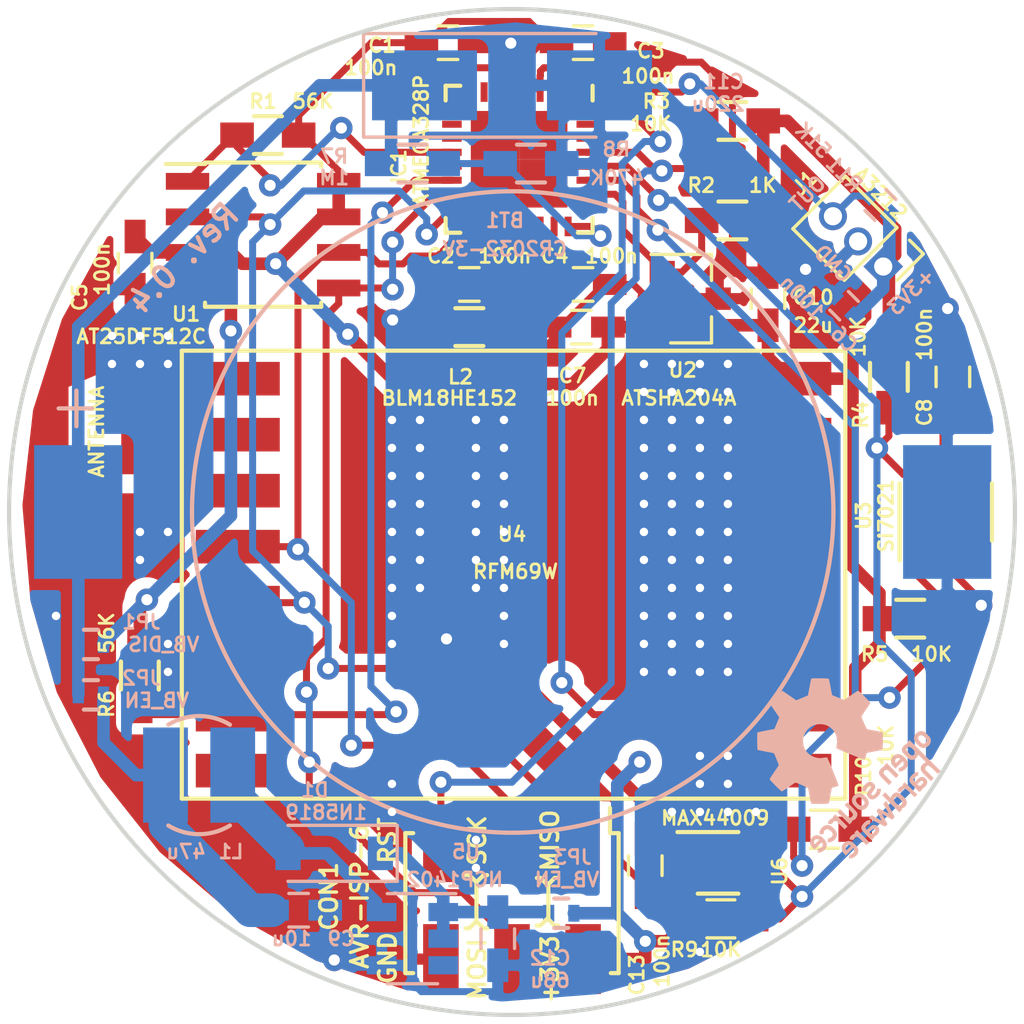
<source format=kicad_pcb>
(kicad_pcb (version 20171130) (host pcbnew 5.0.0-rc1-44a33f2~62~ubuntu16.04.1)
  (layers (0 F.Cu signal) (31 B.Cu signal) (34 B.Paste user) (35 F.Paste user) (36 B.SilkS user) (37 F.SilkS user) (38 B.Mask user) (39 F.Mask user) (44 Edge.Cuts user))
  (net 0 "")
  (net 1 GND)
  (net 2 "Net-(C4-Pad2)")
  (net 3 /RST)
  (net 4 +3V3)
  (net 5 /MISO)
  (net 6 /SCK)
  (net 7 /MOSI)
  (net 8 /RFM69W_INT)
  (net 9 /RFM69W_SS)
  (net 10 "Net-(P1-Pad1)")
  (net 11 /ATSHA204A)
  (net 12 "Net-(D1-Pad2)")
  (net 13 /SPI_FLASH_SS)
  (net 14 "Net-(C2-Pad2)")
  (net 15 /V_BATT_MON)
  (net 16 "Net-(BT1-Pad1)")
  (net 17 /VB_IN)
  (net 18 "Net-(C12-Pad2)")
  (net 19 /SCL)
  (net 20 /SDA)
  (net 21 /A3212)
  (module Resistors_SMD:R_0402 (layer B.Cu) (at 130 75.9 135)
    (fp_text reference R11 (at 1.697056 -0.141421 135) (layer B.SilkS) (effects (font (size 0.5 0.5) (thickness 0.1)) (justify mirror)))
    (fp_text value 51K (at 3.323402 -0.070711 135) (layer B.SilkS) (effects (font (size 0.5 0.5) (thickness 0.1)) (justify mirror)))
    (pad 2 smd rect (at 0.45 0 135) (size 0.4 0.6) (layers B.Cu B.Paste B.Mask) (net 21 /A3212))
    (pad 1 smd rect (at -0.45 0 135) (size 0.4 0.6) (layers B.Cu B.Paste B.Mask) (net 4 +3V3))
  )
  (module Symbols:OSHW-Logo_5.7x6mm_SilkScreen (layer B.Cu) (at 128.4 95.6 225)
    (fp_text reference REF*** hide)
    (fp_text value OSHW-Logo_5.7x6mm_SilkScreen hide)
  )
  (module myfootprints:CR2032_BATT-HOLDER_SMT_H2 (layer B.Cu) (at 132.3848 86.868)
    (fp_text reference BT1 (at -15.7988 -10.414) (layer B.SilkS) (effects (font (size 0.5 0.5) (thickness 0.1)) (justify mirror)))
    (fp_text value CR2032-3V (at -15.7988 -9.398) (layer B.SilkS) (effects (font (size 0.5 0.5) (thickness 0.1)) (justify mirror)))
    (pad 1 smd rect (at -31.0388 0) (size 3.1496 4.7752) (layers B.Cu B.Paste B.Mask) (net 16 "Net-(BT1-Pad1)"))
    (pad 2 smd rect (at 0 0 180) (size 3.1496 4.7752) (layers B.Cu B.Paste B.Mask) (net 1 GND))
  )
  (module myfootprints:AVR_ISP_SMT_Small_02x03 (layer F.Cu) (at 116.84 100.838 180)
    (fp_text reference CON1 (at 6.54 0.238 270) (layer F.SilkS) (effects (font (size 0.6 0.6) (thickness 0.12))))
    (fp_text value AVR-ISP-6 (at 5.44 0.238 270) (layer F.SilkS) (effects (font (size 0.6 0.6) (thickness 0.12))))
    (pad 2 smd rect (at -2.54 -2 180) (size 1.27 2.5) (layers F.Cu F.Paste F.Mask) (net 4 +3V3))
    (pad 4 smd rect (at 0 -2 180) (size 1.27 2.5) (layers F.Cu F.Paste F.Mask) (net 7 /MOSI))
    (pad 6 smd rect (at 2.54 -2 180) (size 1.27 2.5) (layers F.Cu F.Paste F.Mask) (net 1 GND))
    (pad 5 smd rect (at 2.54 2 180) (size 1.27 2.5) (layers F.Cu F.Paste F.Mask) (net 3 /RST))
    (pad 3 smd rect (at 0 2 180) (size 1.27 2.5) (layers F.Cu F.Paste F.Mask) (net 6 /SCK))
    (pad 1 smd rect (at -2.5 2 180) (size 1.27 2.5) (layers F.Cu F.Paste F.Mask) (net 5 /MISO))
  )
  (module Capacitors_SMD:C_0603_HandSoldering (layer F.Cu) (at 114.554 70.104)
    (fp_text reference C1 (at -2.354 0.096) (layer F.SilkS) (effects (font (size 0.5 0.5) (thickness 0.1))))
    (fp_text value 100n (at -2.754 0.896) (layer F.SilkS) (effects (font (size 0.5 0.5) (thickness 0.1))))
    (pad 1 smd rect (at -0.95 0) (size 1.2 0.75) (layers F.Cu F.Paste F.Mask) (net 4 +3V3))
    (pad 2 smd rect (at 0.95 0) (size 1.2 0.75) (layers F.Cu F.Paste F.Mask) (net 1 GND))
  )
  (module Capacitors_SMD:C_0603_HandSoldering (layer F.Cu) (at 115.316 78.74)
    (fp_text reference C2 (at -1.016 -1.016 180) (layer F.SilkS) (effects (font (size 0.5 0.5) (thickness 0.1))))
    (fp_text value 100n (at 1.27 -1.016 180) (layer F.SilkS) (effects (font (size 0.5 0.5) (thickness 0.1))))
    (pad 2 smd rect (at 0.95 0) (size 1.2 0.75) (layers F.Cu F.Paste F.Mask) (net 14 "Net-(C2-Pad2)"))
    (pad 1 smd rect (at -0.95 0) (size 1.2 0.75) (layers F.Cu F.Paste F.Mask) (net 1 GND))
  )
  (module Capacitors_SMD:C_0603_HandSoldering (layer F.Cu) (at 119.38 70.104 180)
    (fp_text reference C3 (at -2.42 -0.296 180) (layer F.SilkS) (effects (font (size 0.5 0.5) (thickness 0.1))))
    (fp_text value 100n (at -2.32 -1.196 180) (layer F.SilkS) (effects (font (size 0.5 0.5) (thickness 0.1))))
    (pad 1 smd rect (at -0.95 0 180) (size 1.2 0.75) (layers F.Cu F.Paste F.Mask) (net 1 GND))
    (pad 2 smd rect (at 0.95 0 180) (size 1.2 0.75) (layers F.Cu F.Paste F.Mask) (net 4 +3V3))
  )
  (module Capacitors_SMD:C_0603_HandSoldering (layer F.Cu) (at 119.38 78.74 180)
    (fp_text reference C4 (at 1.016 1.016 180) (layer F.SilkS) (effects (font (size 0.5 0.5) (thickness 0.1))))
    (fp_text value 100n (at -1.016 1.016 180) (layer F.SilkS) (effects (font (size 0.5 0.5) (thickness 0.1))))
    (pad 1 smd rect (at -0.95 0 180) (size 1.2 0.75) (layers F.Cu F.Paste F.Mask) (net 1 GND))
    (pad 2 smd rect (at 0.95 0 180) (size 1.2 0.75) (layers F.Cu F.Paste F.Mask) (net 2 "Net-(C4-Pad2)"))
  )
  (module Capacitors_SMD:C_0603_HandSoldering (layer F.Cu) (at 103.378 77.978 90)
    (fp_text reference C5 (at -1.222 -1.978 90) (layer F.SilkS) (effects (font (size 0.5 0.5) (thickness 0.1))))
    (fp_text value 100n (at -0.222 -1.178 90) (layer F.SilkS) (effects (font (size 0.5 0.5) (thickness 0.1))))
    (pad 1 smd rect (at -0.95 0 90) (size 1.2 0.75) (layers F.Cu F.Paste F.Mask) (net 1 GND))
    (pad 2 smd rect (at 0.95 0 90) (size 1.2 0.75) (layers F.Cu F.Paste F.Mask) (net 4 +3V3))
  )
  (module Capacitors_SMD:C_0603_HandSoldering (layer F.Cu) (at 119.314 80.264 180)
    (fp_text reference C7 (at 0.314 -1.736 180) (layer F.SilkS) (effects (font (size 0.5 0.5) (thickness 0.1))))
    (fp_text value 100n (at 0.314 -2.536 180) (layer F.SilkS) (effects (font (size 0.5 0.5) (thickness 0.1))))
    (pad 2 smd rect (at 0.95 0 180) (size 1.2 0.75) (layers F.Cu F.Paste F.Mask) (net 1 GND))
    (pad 1 smd rect (at -0.95 0 180) (size 1.2 0.75) (layers F.Cu F.Paste F.Mask) (net 4 +3V3))
  )
  (module Capacitors_SMD:C_0603_HandSoldering (layer F.Cu) (at 132.588 82.042 90)
    (fp_text reference C8 (at -1.27 -1.016 90) (layer F.SilkS) (effects (font (size 0.5 0.5) (thickness 0.1))))
    (fp_text value 100n (at 1.524 -1.016 90) (layer F.SilkS) (effects (font (size 0.5 0.5) (thickness 0.1))))
    (pad 2 smd rect (at 0.95 0 90) (size 1.2 0.75) (layers F.Cu F.Paste F.Mask) (net 1 GND))
    (pad 1 smd rect (at -0.95 0 90) (size 1.2 0.75) (layers F.Cu F.Paste F.Mask) (net 4 +3V3))
  )
  (module Capacitors_SMD:C_0603_HandSoldering (layer B.Cu) (at 109.22 101.092 180)
    (fp_text reference C9 (at -1.524 -1.016 180) (layer B.SilkS) (effects (font (size 0.5 0.5) (thickness 0.1)) (justify mirror)))
    (fp_text value 10u (at 0.254 -1.016 180) (layer B.SilkS) (effects (font (size 0.5 0.5) (thickness 0.1)) (justify mirror)))
    (pad 2 smd rect (at 0.95 0 180) (size 1.2 0.75) (layers B.Cu B.Paste B.Mask) (net 17 /VB_IN))
    (pad 1 smd rect (at -0.95 0 180) (size 1.2 0.75) (layers B.Cu B.Paste B.Mask) (net 1 GND))
  )
  (module Capacitors_SMD:C_0603_HandSoldering (layer F.Cu) (at 125.984 79.248 90)
    (fp_text reference C10 (at 0.048 1.616 180) (layer F.SilkS) (effects (font (size 0.5 0.5) (thickness 0.1))))
    (fp_text value 22u (at -0.952 1.616 180) (layer F.SilkS) (effects (font (size 0.5 0.5) (thickness 0.1))))
    (pad 1 smd rect (at -0.95 0 90) (size 1.2 0.75) (layers F.Cu F.Paste F.Mask) (net 4 +3V3))
    (pad 2 smd rect (at 0.95 0 90) (size 1.2 0.75) (layers F.Cu F.Paste F.Mask) (net 1 GND))
  )
  (module Capacitors_Tantalum_SMD:CP_Tantalum_Case-C_EIA-6032-28_Hand (layer B.Cu) (at 116.84 71.628)
    (fp_text reference C11 (at 7.56 -0.128) (layer B.SilkS) (effects (font (size 0.5 0.5) (thickness 0.1)) (justify mirror)))
    (fp_text value 220u (at 7.36 0.672 180) (layer B.SilkS) (effects (font (size 0.5 0.5) (thickness 0.1)) (justify mirror)))
    (pad 2 smd rect (at 3.125 0) (size 3.75 2.5) (layers B.Cu B.Paste B.Mask) (net 1 GND))
    (pad 1 smd rect (at -3.125 0) (size 3.75 2.5) (layers B.Cu B.Paste B.Mask) (net 16 "Net-(BT1-Pad1)"))
  )
  (module Capacitors_SMD:C_0603_HandSoldering (layer B.Cu) (at 116.332 102.108 90)
    (fp_text reference C12 (at -0.692 1.868 180) (layer B.SilkS) (effects (font (size 0.5 0.5) (thickness 0.1)) (justify mirror)))
    (fp_text value 68u (at -1.492 1.868 180) (layer B.SilkS) (effects (font (size 0.5 0.5) (thickness 0.1)) (justify mirror)))
    (pad 2 smd rect (at 0.95 0 90) (size 1.2 0.75) (layers B.Cu B.Paste B.Mask) (net 18 "Net-(C12-Pad2)"))
    (pad 1 smd rect (at -0.95 0 90) (size 1.2 0.75) (layers B.Cu B.Paste B.Mask) (net 1 GND))
  )
  (module Diodes_SMD:D_SOD-123 (layer B.Cu) (at 110.49 99.06 180)
    (fp_text reference D1 (at 0.69 2.26 180) (layer B.SilkS) (effects (font (size 0.5 0.5) (thickness 0.1)) (justify mirror)))
    (fp_text value 1N5819 (at 0.29 1.46 180) (layer B.SilkS) (effects (font (size 0.5 0.5) (thickness 0.1)) (justify mirror)))
    (pad 2 smd rect (at 1.65 0 180) (size 0.9 1.2) (layers B.Cu B.Paste B.Mask) (net 12 "Net-(D1-Pad2)"))
    (pad 1 smd rect (at -1.65 0 180) (size 0.9 1.2) (layers B.Cu B.Paste B.Mask) (net 18 "Net-(C12-Pad2)"))
  )
  (module Housings_DFN_QFN:QFN-32-1EP_5x5mm_Pitch0.5mm (layer F.Cu) (at 117.094 74.2685 270)
    (fp_text reference IC1 (at 0.254 4.294 270) (layer F.SilkS) (effects (font (size 0.5 0.5) (thickness 0.1))))
    (fp_text value ATMEGA328P (at -0.6685 3.494 270) (layer F.SilkS) (effects (font (size 0.5 0.5) (thickness 0.1))))
    (pad 33 smd rect (at -0.8625 -0.8625 270) (size 1.725 1.725) (layers F.Cu F.Paste F.Mask))
    (pad 33 smd rect (at -0.8625 0.8625 270) (size 1.725 1.725) (layers F.Cu F.Paste F.Mask))
    (pad 33 smd rect (at 0.8625 -0.8625 270) (size 1.725 1.725) (layers F.Cu F.Paste F.Mask))
    (pad 33 smd rect (at 0.8625 0.8625 270) (size 1.725 1.725) (layers F.Cu F.Paste F.Mask))
    (pad 32 smd rect (at -1.75 -2.4) (size 0.7 0.25) (layers F.Cu F.Paste F.Mask) (net 8 /RFM69W_INT))
    (pad 31 smd rect (at -1.25 -2.4) (size 0.7 0.25) (layers F.Cu F.Paste F.Mask))
    (pad 30 smd rect (at -0.75 -2.4) (size 0.7 0.25) (layers F.Cu F.Paste F.Mask))
    (pad 29 smd rect (at -0.25 -2.4) (size 0.7 0.25) (layers F.Cu F.Paste F.Mask) (net 3 /RST))
    (pad 28 smd rect (at 0.25 -2.4) (size 0.7 0.25) (layers F.Cu F.Paste F.Mask) (net 19 /SCL))
    (pad 27 smd rect (at 0.75 -2.4) (size 0.7 0.25) (layers F.Cu F.Paste F.Mask) (net 20 /SDA))
    (pad 26 smd rect (at 1.25 -2.4) (size 0.7 0.25) (layers F.Cu F.Paste F.Mask) (net 11 /ATSHA204A))
    (pad 25 smd rect (at 1.75 -2.4) (size 0.7 0.25) (layers F.Cu F.Paste F.Mask))
    (pad 24 smd rect (at 2.4 -1.75 270) (size 0.7 0.25) (layers F.Cu F.Paste F.Mask) (net 15 /V_BATT_MON))
    (pad 23 smd rect (at 2.4 -1.25 270) (size 0.7 0.25) (layers F.Cu F.Paste F.Mask))
    (pad 22 smd rect (at 2.4 -0.75 270) (size 0.7 0.25) (layers F.Cu F.Paste F.Mask))
    (pad 21 smd rect (at 2.4 -0.25 270) (size 0.7 0.25) (layers F.Cu F.Paste F.Mask) (net 1 GND))
    (pad 20 smd rect (at 2.4 0.25 270) (size 0.7 0.25) (layers F.Cu F.Paste F.Mask) (net 2 "Net-(C4-Pad2)"))
    (pad 19 smd rect (at 2.4 0.75 270) (size 0.7 0.25) (layers F.Cu F.Paste F.Mask))
    (pad 18 smd rect (at 2.4 1.25 270) (size 0.7 0.25) (layers F.Cu F.Paste F.Mask) (net 14 "Net-(C2-Pad2)"))
    (pad 17 smd rect (at 2.4 1.75 270) (size 0.7 0.25) (layers F.Cu F.Paste F.Mask) (net 6 /SCK))
    (pad 16 smd rect (at 1.75 2.4) (size 0.7 0.25) (layers F.Cu F.Paste F.Mask) (net 5 /MISO))
    (pad 15 smd rect (at 1.25 2.4) (size 0.7 0.25) (layers F.Cu F.Paste F.Mask) (net 7 /MOSI))
    (pad 14 smd rect (at 0.75 2.4) (size 0.7 0.25) (layers F.Cu F.Paste F.Mask) (net 9 /RFM69W_SS))
    (pad 13 smd rect (at 0.25 2.4) (size 0.7 0.25) (layers F.Cu F.Paste F.Mask))
    (pad 12 smd rect (at -0.25 2.4) (size 0.7 0.25) (layers F.Cu F.Paste F.Mask) (net 13 /SPI_FLASH_SS))
    (pad 11 smd rect (at -0.75 2.4) (size 0.7 0.25) (layers F.Cu F.Paste F.Mask))
    (pad 10 smd rect (at -1.25 2.4) (size 0.7 0.25) (layers F.Cu F.Paste F.Mask))
    (pad 9 smd rect (at -1.75 2.4) (size 0.7 0.25) (layers F.Cu F.Paste F.Mask))
    (pad 8 smd rect (at -2.4 1.75 270) (size 0.7 0.25) (layers F.Cu F.Paste F.Mask))
    (pad 7 smd rect (at -2.4 1.25 270) (size 0.7 0.25) (layers F.Cu F.Paste F.Mask))
    (pad 6 smd rect (at -2.4 0.75 270) (size 0.7 0.25) (layers F.Cu F.Paste F.Mask) (net 4 +3V3))
    (pad 5 smd rect (at -2.4 0.25 270) (size 0.7 0.25) (layers F.Cu F.Paste F.Mask) (net 1 GND))
    (pad 4 smd rect (at -2.4 -0.25 270) (size 0.7 0.25) (layers F.Cu F.Paste F.Mask) (net 4 +3V3))
    (pad 3 smd rect (at -2.4 -0.75 270) (size 0.7 0.25) (layers F.Cu F.Paste F.Mask) (net 1 GND))
    (pad 2 smd rect (at -2.4 -1.25 270) (size 0.7 0.25) (layers F.Cu F.Paste F.Mask))
    (pad 1 smd rect (at -2.4 -1.75 270) (size 0.7 0.25) (layers F.Cu F.Paste F.Mask) (net 21 /A3212))
  )
  (module myfootprints:SDR0302 (layer B.Cu) (at 105.664 96.266)
    (fp_text reference L1 (at 1.136 2.734 180) (layer B.SilkS) (effects (font (size 0.5 0.5) (thickness 0.1)) (justify mirror)))
    (fp_text value 47u (at -0.464 2.734 180) (layer B.SilkS) (effects (font (size 0.5 0.5) (thickness 0.1)) (justify mirror)))
    (pad 2 smd rect (at 1.2 0) (size 1.6 3.4) (layers B.Cu B.Paste B.Mask) (net 12 "Net-(D1-Pad2)"))
    (pad 1 smd rect (at -1.2 0) (size 1.6 3.4) (layers B.Cu B.Paste B.Mask) (net 17 /VB_IN))
  )
  (module myfootprints:1pin_smd_2mm (layer F.Cu) (at 103.732 83.92 90)
    (fp_text reference P1 hide)
    (fp_text value ANTENNA (at -0.08 -1.732 90) (layer F.SilkS) (effects (font (size 0.5 0.5) (thickness 0.1))))
    (pad 1 smd rect (at -0.1 -0.1 90) (size 3 1.5) (layers F.Cu F.Paste F.Mask) (net 10 "Net-(P1-Pad1)"))
  )
  (module Resistors_SMD:R_0603_HandSoldering (layer F.Cu) (at 108.12 73.406)
    (fp_text reference R1 (at -0.17 -1.206) (layer F.SilkS) (effects (font (size 0.5 0.5) (thickness 0.1))))
    (fp_text value 56K (at 1.608 -1.206) (layer F.SilkS) (effects (font (size 0.5 0.5) (thickness 0.1))))
    (pad 1 smd rect (at -1.1 0) (size 1.2 0.9) (layers F.Cu F.Paste F.Mask) (net 13 /SPI_FLASH_SS))
    (pad 2 smd rect (at 1.1 0) (size 1.2 0.9) (layers F.Cu F.Paste F.Mask) (net 4 +3V3))
  )
  (module Resistors_SMD:R_0603_HandSoldering (layer F.Cu) (at 124.714 76.454)
    (fp_text reference R2 (at -1.114 -1.254) (layer F.SilkS) (effects (font (size 0.5 0.5) (thickness 0.1))))
    (fp_text value 1K (at 1.086 -1.254) (layer F.SilkS) (effects (font (size 0.5 0.5) (thickness 0.1))))
    (pad 1 smd rect (at -1.1 0) (size 1.2 0.9) (layers F.Cu F.Paste F.Mask) (net 11 /ATSHA204A))
    (pad 2 smd rect (at 1.1 0) (size 1.2 0.9) (layers F.Cu F.Paste F.Mask) (net 4 +3V3))
  )
  (module Resistors_SMD:R_0603_HandSoldering (layer F.Cu) (at 124.714 72.898 180)
    (fp_text reference R3 (at 2.714 0.698 180) (layer F.SilkS) (effects (font (size 0.5 0.5) (thickness 0.1))))
    (fp_text value 10K (at 2.914 -0.102 180) (layer F.SilkS) (effects (font (size 0.5 0.5) (thickness 0.1))))
    (pad 2 smd rect (at 1.1 0 180) (size 1.2 0.9) (layers F.Cu F.Paste F.Mask) (net 3 /RST))
    (pad 1 smd rect (at -1.1 0 180) (size 1.2 0.9) (layers F.Cu F.Paste F.Mask) (net 4 +3V3))
  )
  (module Resistors_SMD:R_0603_HandSoldering (layer F.Cu) (at 130.302 82.042 90)
    (fp_text reference R4 (at -1.358 -1.002 90) (layer F.SilkS) (effects (font (size 0.5 0.5) (thickness 0.1))))
    (fp_text value 10K (at 1.442 -1.102 90) (layer F.SilkS) (effects (font (size 0.5 0.5) (thickness 0.1))))
    (pad 2 smd rect (at 1.1 0 90) (size 1.2 0.9) (layers F.Cu F.Paste F.Mask) (net 4 +3V3))
    (pad 1 smd rect (at -1.1 0 90) (size 1.2 0.9) (layers F.Cu F.Paste F.Mask) (net 19 /SCL))
  )
  (module Resistors_SMD:R_0603_HandSoldering (layer F.Cu) (at 131.064 90.678 180)
    (fp_text reference R5 (at 1.27 -1.27 180) (layer F.SilkS) (effects (font (size 0.5 0.5) (thickness 0.1))))
    (fp_text value 10K (at -0.762 -1.27 180) (layer F.SilkS) (effects (font (size 0.5 0.5) (thickness 0.1))))
    (pad 1 smd rect (at -1.1 0 180) (size 1.2 0.9) (layers F.Cu F.Paste F.Mask) (net 20 /SDA))
    (pad 2 smd rect (at 1.1 0 180) (size 1.2 0.9) (layers F.Cu F.Paste F.Mask) (net 4 +3V3))
  )
  (module Resistors_SMD:R_0603_HandSoldering (layer F.Cu) (at 103.548 92.71 90)
    (fp_text reference R6 (at -1.016 -1.186 90) (layer F.SilkS) (effects (font (size 0.5 0.5) (thickness 0.1))))
    (fp_text value 56K (at 1.524 -1.186 90) (layer F.SilkS) (effects (font (size 0.5 0.5) (thickness 0.1))))
    (pad 2 smd rect (at 1.1 0 90) (size 1.2 0.9) (layers F.Cu F.Paste F.Mask) (net 4 +3V3))
    (pad 1 smd rect (at -1.1 0 90) (size 1.2 0.9) (layers F.Cu F.Paste F.Mask) (net 9 /RFM69W_SS))
  )
  (module Housings_SOIC:SOIC-8_3.9x4.9mm_Pitch1.27mm (layer F.Cu) (at 107.95 76.962)
    (fp_text reference U1 (at -2.75 2.838 180) (layer F.SilkS) (effects (font (size 0.5 0.5) (thickness 0.1))))
    (fp_text value AT25DF512C (at -4.35 3.638 180) (layer F.SilkS) (effects (font (size 0.5 0.5) (thickness 0.1))))
    (pad 8 smd rect (at 2.7 -1.905) (size 1.55 0.6) (layers F.Cu F.Paste F.Mask) (net 4 +3V3))
    (pad 7 smd rect (at 2.7 -0.635) (size 1.55 0.6) (layers F.Cu F.Paste F.Mask) (net 4 +3V3))
    (pad 6 smd rect (at 2.7 0.635) (size 1.55 0.6) (layers F.Cu F.Paste F.Mask) (net 6 /SCK))
    (pad 5 smd rect (at 2.7 1.905) (size 1.55 0.6) (layers F.Cu F.Paste F.Mask) (net 7 /MOSI))
    (pad 4 smd rect (at -2.7 1.905) (size 1.55 0.6) (layers F.Cu F.Paste F.Mask) (net 1 GND))
    (pad 3 smd rect (at -2.7 0.635) (size 1.55 0.6) (layers F.Cu F.Paste F.Mask) (net 4 +3V3))
    (pad 2 smd rect (at -2.7 -0.635) (size 1.55 0.6) (layers F.Cu F.Paste F.Mask) (net 5 /MISO))
    (pad 1 smd rect (at -2.7 -1.905) (size 1.55 0.6) (layers F.Cu F.Paste F.Mask) (net 13 /SPI_FLASH_SS))
  )
  (module TO_SOT_Packages_SMD:SOT-23 (layer F.Cu) (at 123.206 79.248)
    (fp_text reference U2 (at -0.27 2.552 180) (layer F.SilkS) (effects (font (size 0.5 0.5) (thickness 0.1))))
    (fp_text value ATSHA204A (at -0.406 3.552) (layer F.SilkS) (effects (font (size 0.5 0.5) (thickness 0.1))))
    (pad 3 smd rect (at 1 0) (size 0.9 0.8) (layers F.Cu F.Paste F.Mask) (net 1 GND))
    (pad 2 smd rect (at -1 0.95) (size 0.9 0.8) (layers F.Cu F.Paste F.Mask) (net 4 +3V3))
    (pad 1 smd rect (at -1 -0.95) (size 0.9 0.8) (layers F.Cu F.Paste F.Mask) (net 11 /ATSHA204A))
  )
  (module Housings_DFN_QFN:DFN-6-1EP_3x3mm_Pitch0.95mm (layer F.Cu) (at 132.334 86.868 90)
    (fp_text reference U3 (at -0.132 -2.934 90) (layer F.SilkS) (effects (font (size 0.5 0.5) (thickness 0.1))))
    (fp_text value Si7021 (at -0.132 -2.134 90) (layer F.SilkS) (effects (font (size 0.5 0.5) (thickness 0.1))))
    (pad 7 smd rect (at -0.425 -0.65 90) (size 0.85 1.3) (layers F.Cu F.Paste F.Mask))
    (pad 7 smd rect (at -0.425 0.65 90) (size 0.85 1.3) (layers F.Cu F.Paste F.Mask))
    (pad 7 smd rect (at 0.425 -0.65 90) (size 0.85 1.3) (layers F.Cu F.Paste F.Mask))
    (pad 7 smd rect (at 0.425 0.65 90) (size 0.85 1.3) (layers F.Cu F.Paste F.Mask))
    (pad 6 smd rect (at 1.34 -0.95 90) (size 0.63 0.45) (layers F.Cu F.Paste F.Mask) (net 19 /SCL))
    (pad 5 smd rect (at 1.34 0 90) (size 0.63 0.45) (layers F.Cu F.Paste F.Mask) (net 4 +3V3))
    (pad 4 smd rect (at 1.34 0.95 90) (size 0.63 0.45) (layers F.Cu F.Paste F.Mask))
    (pad 3 smd rect (at -1.34 0.95 90) (size 0.63 0.45) (layers F.Cu F.Paste F.Mask))
    (pad 2 smd rect (at -1.34 0 90) (size 0.63 0.45) (layers F.Cu F.Paste F.Mask) (net 1 GND))
    (pad 1 smd rect (at -1.34 -0.95 90) (size 0.63 0.45) (layers F.Cu F.Paste F.Mask) (net 20 /SDA))
  )
  (module mysensors_radios:RFM69HW_SMD_Handsoldering (layer F.Cu) (at 125.346 96.106 180)
    (fp_text reference U4 (at 8.506 8.444 180) (layer F.SilkS) (effects (font (size 0.5 0.5) (thickness 0.1))))
    (fp_text value RFM69W (at 8.382 7.112 180) (layer F.SilkS) (effects (font (size 0.5 0.5) (thickness 0.1))))
    (pad 16 smd rect (at 18.3 0 180) (size 3 1.2) (layers F.Cu F.Paste F.Mask))
    (pad 15 smd rect (at 18.3 2 180) (size 3 1.2) (layers F.Cu F.Paste F.Mask) (net 9 /RFM69W_SS))
    (pad 14 smd rect (at 18.3 4 180) (size 3 1.2) (layers F.Cu F.Paste F.Mask) (net 7 /MOSI))
    (pad 13 smd rect (at 18.3 6 180) (size 3 1.2) (layers F.Cu F.Paste F.Mask) (net 5 /MISO))
    (pad 12 smd rect (at 18.3 8 180) (size 3 1.2) (layers F.Cu F.Paste F.Mask) (net 6 /SCK))
    (pad 11 smd rect (at 18.3 10 180) (size 3 1.2) (layers F.Cu F.Paste F.Mask) (net 1 GND))
    (pad 10 smd rect (at 18.3 12 180) (size 3 1.2) (layers F.Cu F.Paste F.Mask) (net 10 "Net-(P1-Pad1)"))
    (pad 9 smd rect (at 18.3 14 180) (size 3 1.2) (layers F.Cu F.Paste F.Mask) (net 1 GND))
    (pad 8 smd rect (at -1.4 14 180) (size 3 1.2) (layers F.Cu F.Paste F.Mask) (net 4 +3V3))
    (pad 7 smd rect (at -1.4 12 180) (size 3 1.2) (layers F.Cu F.Paste F.Mask))
    (pad 6 smd rect (at -1.4 10 180) (size 3 1.2) (layers F.Cu F.Paste F.Mask))
    (pad 5 smd rect (at -1.4 8 180) (size 3 1.2) (layers F.Cu F.Paste F.Mask))
    (pad 4 smd rect (at -1.4 6 180) (size 3 1.2) (layers F.Cu F.Paste F.Mask))
    (pad 3 smd rect (at -1.4 4 180) (size 3 1.2) (layers F.Cu F.Paste F.Mask))
    (pad 2 smd rect (at -1.4 2 180) (size 3 1.2) (layers F.Cu F.Paste F.Mask) (net 8 /RFM69W_INT))
    (pad 1 smd rect (at -1.4 0 180) (size 3 1.2) (layers F.Cu F.Paste F.Mask))
  )
  (module TO_SOT_Packages_SMD:SOT-23-5 (layer B.Cu) (at 113.284 102.108 180)
    (fp_text reference U5 (at -1.916 3.108 180) (layer B.SilkS) (effects (font (size 0.5 0.5) (thickness 0.1)) (justify mirror)))
    (fp_text value NCP1402 (at -1.516 2.108 180) (layer B.SilkS) (effects (font (size 0.5 0.5) (thickness 0.1)) (justify mirror)))
    (pad 5 smd rect (at 1.1 0.95 180) (size 1.06 0.65) (layers B.Cu B.Paste B.Mask) (net 12 "Net-(D1-Pad2)"))
    (pad 4 smd rect (at 1.1 -0.95 180) (size 1.06 0.65) (layers B.Cu B.Paste B.Mask) (net 1 GND))
    (pad 3 smd rect (at -1.1 -0.95 180) (size 1.06 0.65) (layers B.Cu B.Paste B.Mask))
    (pad 2 smd rect (at -1.1 0 180) (size 1.06 0.65) (layers B.Cu B.Paste B.Mask) (net 18 "Net-(C12-Pad2)"))
    (pad 1 smd rect (at -1.1 0.95 180) (size 1.06 0.65) (layers B.Cu B.Paste B.Mask) (net 18 "Net-(C12-Pad2)"))
  )
  (module Resistors_SMD:R_0603_HandSoldering (layer F.Cu) (at 115.316 80.264 180)
    (fp_text reference L2 (at 0.316 -1.778 180) (layer F.SilkS) (effects (font (size 0.5 0.5) (thickness 0.1))))
    (fp_text value BLM18HE152 (at 0.716 -2.536 180) (layer F.SilkS) (effects (font (size 0.5 0.5) (thickness 0.1))))
    (pad 1 smd rect (at -1.1 0 180) (size 1.2 0.9) (layers F.Cu F.Paste F.Mask) (net 14 "Net-(C2-Pad2)"))
    (pad 2 smd rect (at 1.1 0 180) (size 1.2 0.9) (layers F.Cu F.Paste F.Mask) (net 4 +3V3))
  )
  (module Resistors_SMD:R_0603_HandSoldering (layer B.Cu) (at 113.284 74.422 180)
    (fp_text reference R7 (at 2.794 0.254 180) (layer B.SilkS) (effects (font (size 0.5 0.5) (thickness 0.1)) (justify mirror)))
    (fp_text value 1M (at 2.794 -0.508 180) (layer B.SilkS) (effects (font (size 0.5 0.5) (thickness 0.1)) (justify mirror)))
    (pad 2 smd rect (at 1.1 0 180) (size 1.2 0.9) (layers B.Cu B.Paste B.Mask) (net 16 "Net-(BT1-Pad1)"))
    (pad 1 smd rect (at -1.1 0 180) (size 1.2 0.9) (layers B.Cu B.Paste B.Mask) (net 15 /V_BATT_MON))
  )
  (module Resistors_SMD:R_0603_HandSoldering (layer B.Cu) (at 117.518 74.422 180)
    (fp_text reference R8 (at -3.048 0.508 180) (layer B.SilkS) (effects (font (size 0.5 0.5) (thickness 0.1)) (justify mirror)))
    (fp_text value 470K (at -3.082 -0.508 180) (layer B.SilkS) (effects (font (size 0.5 0.5) (thickness 0.1)) (justify mirror)))
    (pad 2 smd rect (at 1.1 0 180) (size 1.2 0.9) (layers B.Cu B.Paste B.Mask) (net 15 /V_BATT_MON))
    (pad 1 smd rect (at -1.1 0 180) (size 1.2 0.9) (layers B.Cu B.Paste B.Mask) (net 1 GND))
  )
  (module Resistors_SMD:R_0402 (layer B.Cu) (at 101.8 93.4 180)
    (fp_text reference JP1 (at -1.8 2.6 180) (layer B.SilkS) (effects (font (size 0.5 0.5) (thickness 0.1)) (justify mirror)))
    (fp_text value VB_EN (at -2.35 -0.2 180) (layer B.SilkS) (effects (font (size 0.5 0.5) (thickness 0.1)) (justify mirror)))
    (pad 1 smd rect (at -0.45 0 180) (size 0.4 0.6) (layers B.Cu B.Paste B.Mask) (net 17 /VB_IN))
    (pad 2 smd rect (at 0.45 0 180) (size 0.4 0.6) (layers B.Cu B.Paste B.Mask) (net 16 "Net-(BT1-Pad1)"))
  )
  (module Resistors_SMD:R_0402 (layer B.Cu) (at 101.8 91.6)
    (fp_text reference JP2 (at 1.8 1.2) (layer B.SilkS) (effects (font (size 0.5 0.5) (thickness 0.1)) (justify mirror)))
    (fp_text value VB_DIS (at 2.6 0) (layer B.SilkS) (effects (font (size 0.5 0.5) (thickness 0.1)) (justify mirror)))
    (pad 2 smd rect (at 0.45 0) (size 0.4 0.6) (layers B.Cu B.Paste B.Mask) (net 4 +3V3))
    (pad 1 smd rect (at -0.45 0) (size 0.4 0.6) (layers B.Cu B.Paste B.Mask) (net 16 "Net-(BT1-Pad1)"))
  )
  (module Resistors_SMD:R_0402 (layer B.Cu) (at 118.6 101.2)
    (fp_text reference JP3 (at 0.4 -2) (layer B.SilkS) (effects (font (size 0.5 0.5) (thickness 0.1)) (justify mirror)))
    (fp_text value VB_EN (at 0.2 -1.2 180) (layer B.SilkS) (effects (font (size 0.5 0.5) (thickness 0.1)) (justify mirror)))
    (pad 2 smd rect (at 0.45 0) (size 0.4 0.6) (layers B.Cu B.Paste B.Mask) (net 4 +3V3))
    (pad 1 smd rect (at -0.45 0) (size 0.4 0.6) (layers B.Cu B.Paste B.Mask) (net 18 "Net-(C12-Pad2)"))
  )
  (module Capacitors_SMD:C_0603_HandSoldering (layer F.Cu) (at 121.6 99.5 270)
    (fp_text reference C13 (at 3.9 0.3 270) (layer F.SilkS) (effects (font (size 0.5 0.5) (thickness 0.1))))
    (fp_text value 100n (at 3.4 -0.6 270) (layer F.SilkS) (effects (font (size 0.5 0.5) (thickness 0.1))))
    (pad 2 smd rect (at 0.95 0 270) (size 1.2 0.75) (layers F.Cu F.Paste F.Mask) (net 1 GND))
    (pad 1 smd rect (at -0.95 0 270) (size 1.2 0.75) (layers F.Cu F.Paste F.Mask) (net 4 +3V3))
  )
  (module Resistors_SMD:R_0603_HandSoldering (layer F.Cu) (at 124.3 101.4 180)
    (fp_text reference R9 (at 1.3 -1.1) (layer F.SilkS) (effects (font (size 0.5 0.5) (thickness 0.1))))
    (fp_text value 10K (at 0 -1.1) (layer F.SilkS) (effects (font (size 0.5 0.5) (thickness 0.1))))
    (pad 1 smd rect (at -1.1 0 180) (size 1.2 0.9) (layers F.Cu F.Paste F.Mask) (net 19 /SCL))
    (pad 2 smd rect (at 1.1 0 180) (size 1.2 0.9) (layers F.Cu F.Paste F.Mask) (net 4 +3V3))
  )
  (module Resistors_SMD:R_0603_HandSoldering (layer F.Cu) (at 128 98.2)
    (fp_text reference R10 (at 1.4 -1.9 90) (layer F.SilkS) (effects (font (size 0.5 0.5) (thickness 0.1))))
    (fp_text value 10K (at 2.2 -3 90) (layer F.SilkS) (effects (font (size 0.5 0.5) (thickness 0.1))))
    (pad 2 smd rect (at 1.1 0) (size 1.2 0.9) (layers F.Cu F.Paste F.Mask) (net 4 +3V3))
    (pad 1 smd rect (at -1.1 0) (size 1.2 0.9) (layers F.Cu F.Paste F.Mask) (net 20 /SDA))
  )
  (module Housings_DFN_QFN:DFN-6-1EP_2x2mm_Pitch0.65mm (layer F.Cu) (at 124.2 99.4)
    (fp_text reference U6 (at 2.2 0.3 90) (layer F.SilkS) (effects (font (size 0.5 0.5) (thickness 0.1))))
    (fp_text value MAX44009 (at -0.1 -1.6) (layer F.SilkS) (effects (font (size 0.5 0.5) (thickness 0.1))))
    (pad 7 smd rect (at 0 -0.4) (size 1 0.8) (layers F.Cu F.Paste F.Mask))
    (pad 7 smd rect (at 0 0.4) (size 1 0.8) (layers F.Cu F.Paste F.Mask))
    (pad 6 smd rect (at 1.05 -0.65) (size 0.65 0.35) (layers F.Cu F.Paste F.Mask) (net 20 /SDA))
    (pad 5 smd rect (at 1.05 0) (size 0.65 0.35) (layers F.Cu F.Paste F.Mask) (net 19 /SCL))
    (pad 4 smd rect (at 1.05 0.65) (size 0.65 0.35) (layers F.Cu F.Paste F.Mask))
    (pad 3 smd rect (at -1.05 0.65) (size 0.65 0.35) (layers F.Cu F.Paste F.Mask) (net 1 GND))
    (pad 2 smd rect (at -1.05 0) (size 0.65 0.35) (layers F.Cu F.Paste F.Mask) (net 1 GND))
    (pad 1 smd rect (at -1.05 -0.65) (size 0.65 0.35) (layers F.Cu F.Paste F.Mask) (net 4 +3V3))
  )
  (module Capacitors_SMD:C_0402 (layer B.Cu) (at 128.7 79.5 315)
    (fp_text reference C6 (at 0.848528 0.848528 315) (layer B.SilkS) (effects (font (size 0.5 0.5) (thickness 0.1)) (justify mirror)))
    (fp_text value 100n (at -1.272792 0.848528 315) (layer B.SilkS) (effects (font (size 0.5 0.5) (thickness 0.1)) (justify mirror)))
    (pad 2 smd rect (at 0.55 0 315) (size 0.6 0.5) (layers B.Cu B.Paste B.Mask) (net 4 +3V3))
    (pad 1 smd rect (at -0.55 0 315) (size 0.6 0.5) (layers B.Cu B.Paste B.Mask) (net 1 GND))
  )
  (module Pin_Headers:Pin_Header_Straight_1x03_Pitch1.27mm (layer F.Cu) (at 130.1 78.1 225)
    (fp_text reference J1 (at -0.141421 4.101219 225) (layer F.SilkS) (effects (font (size 0.5 0.5) (thickness 0.1))))
    (fp_text value A3212 (at -1.767767 1.909188 315) (layer F.SilkS) (effects (font (size 0.5 0.5) (thickness 0.1))))
    (pad 3 thru_hole oval (at 0 2.54 225) (size 1 1) (drill 0.65) (layers *.Cu *.Mask) (net 21 /A3212))
    (pad 2 thru_hole oval (at 0 1.270001 225) (size 1 1) (drill 0.65) (layers *.Cu *.Mask) (net 1 GND))
    (pad 1 thru_hole rect (at 0 0 225) (size 1 1) (drill 0.65) (layers *.Cu *.Mask) (net 4 +3V3))
  )
  (module VIA_MATRIX (layer F.Cu) (at 102.552 80.58)
    (fp_text reference V4_12 hide)
    (fp_text value AUTO_VIA hide)
    (pad 1 thru_hole circle (at 0 0) (size 0.4 0.4) (drill 0.3) (layers *.Cu) (net 1 GND) (clearance 0.3))
  )
  (module VIA_MATRIX (layer F.Cu) (at 103.552 80.58)
    (fp_text reference V5_12 hide)
    (fp_text value AUTO_VIA hide)
    (pad 1 thru_hole circle (at 0 0) (size 0.4 0.4) (drill 0.3) (layers *.Cu) (net 1 GND) (clearance 0.3))
  )
  (module VIA_MATRIX (layer F.Cu) (at 104.552 80.58)
    (fp_text reference V6_12 hide)
    (fp_text value AUTO_VIA hide)
    (pad 1 thru_hole circle (at 0 0) (size 0.4 0.4) (drill 0.3) (layers *.Cu) (net 1 GND) (clearance 0.3))
  )
  (module VIA_MATRIX (layer F.Cu) (at 102.552 81.58)
    (fp_text reference V4_13 hide)
    (fp_text value AUTO_VIA hide)
    (pad 1 thru_hole circle (at 0 0) (size 0.4 0.4) (drill 0.3) (layers *.Cu) (net 1 GND) (clearance 0.3))
  )
  (module VIA_MATRIX (layer F.Cu) (at 103.552 81.58)
    (fp_text reference V5_13 hide)
    (fp_text value AUTO_VIA hide)
    (pad 1 thru_hole circle (at 0 0) (size 0.4 0.4) (drill 0.3) (layers *.Cu) (net 1 GND) (clearance 0.3))
  )
  (module VIA_MATRIX (layer F.Cu) (at 104.552 81.58)
    (fp_text reference V6_13 hide)
    (fp_text value AUTO_VIA hide)
    (pad 1 thru_hole circle (at 0 0) (size 0.4 0.4) (drill 0.3) (layers *.Cu) (net 1 GND) (clearance 0.3))
  )
  (module VIA_MATRIX (layer F.Cu) (at 121.552 81.58)
    (fp_text reference V23_13 hide)
    (fp_text value AUTO_VIA hide)
    (pad 1 thru_hole circle (at 0 0) (size 0.4 0.4) (drill 0.3) (layers *.Cu) (net 1 GND) (clearance 0.3))
  )
  (module VIA_MATRIX (layer F.Cu) (at 122.552 81.58)
    (fp_text reference V24_13 hide)
    (fp_text value AUTO_VIA hide)
    (pad 1 thru_hole circle (at 0 0) (size 0.4 0.4) (drill 0.3) (layers *.Cu) (net 1 GND) (clearance 0.3))
  )
  (module VIA_MATRIX (layer F.Cu) (at 123.552 81.58)
    (fp_text reference V25_13 hide)
    (fp_text value AUTO_VIA hide)
    (pad 1 thru_hole circle (at 0 0) (size 0.4 0.4) (drill 0.3) (layers *.Cu) (net 1 GND) (clearance 0.3))
  )
  (module VIA_MATRIX (layer F.Cu) (at 124.552 81.58)
    (fp_text reference V26_13 hide)
    (fp_text value AUTO_VIA hide)
    (pad 1 thru_hole circle (at 0 0) (size 0.4 0.4) (drill 0.3) (layers *.Cu) (net 1 GND) (clearance 0.3))
  )
  (module VIA_MATRIX (layer F.Cu) (at 121.552 82.58)
    (fp_text reference V23_14 hide)
    (fp_text value AUTO_VIA hide)
    (pad 1 thru_hole circle (at 0 0) (size 0.4 0.4) (drill 0.3) (layers *.Cu) (net 1 GND) (clearance 0.3))
  )
  (module VIA_MATRIX (layer F.Cu) (at 122.552 82.58)
    (fp_text reference V24_14 hide)
    (fp_text value AUTO_VIA hide)
    (pad 1 thru_hole circle (at 0 0) (size 0.4 0.4) (drill 0.3) (layers *.Cu) (net 1 GND) (clearance 0.3))
  )
  (module VIA_MATRIX (layer F.Cu) (at 123.552 82.58)
    (fp_text reference V25_14 hide)
    (fp_text value AUTO_VIA hide)
    (pad 1 thru_hole circle (at 0 0) (size 0.4 0.4) (drill 0.3) (layers *.Cu) (net 1 GND) (clearance 0.3))
  )
  (module VIA_MATRIX (layer F.Cu) (at 124.552 82.58)
    (fp_text reference V26_14 hide)
    (fp_text value AUTO_VIA hide)
    (pad 1 thru_hole circle (at 0 0) (size 0.4 0.4) (drill 0.3) (layers *.Cu) (net 1 GND) (clearance 0.3))
  )
  (module VIA_MATRIX (layer F.Cu) (at 112.552 83.58)
    (fp_text reference V14_15 hide)
    (fp_text value AUTO_VIA hide)
    (pad 1 thru_hole circle (at 0 0) (size 0.4 0.4) (drill 0.3) (layers *.Cu) (net 1 GND) (clearance 0.3))
  )
  (module VIA_MATRIX (layer F.Cu) (at 113.552 83.58)
    (fp_text reference V15_15 hide)
    (fp_text value AUTO_VIA hide)
    (pad 1 thru_hole circle (at 0 0) (size 0.4 0.4) (drill 0.3) (layers *.Cu) (net 1 GND) (clearance 0.3))
  )
  (module VIA_MATRIX (layer F.Cu) (at 115.552 83.58)
    (fp_text reference V17_15 hide)
    (fp_text value AUTO_VIA hide)
    (pad 1 thru_hole circle (at 0 0) (size 0.4 0.4) (drill 0.3) (layers *.Cu) (net 1 GND) (clearance 0.3))
  )
  (module VIA_MATRIX (layer F.Cu) (at 116.552 83.58)
    (fp_text reference V18_15 hide)
    (fp_text value AUTO_VIA hide)
    (pad 1 thru_hole circle (at 0 0) (size 0.4 0.4) (drill 0.3) (layers *.Cu) (net 1 GND) (clearance 0.3))
  )
  (module VIA_MATRIX (layer F.Cu) (at 121.552 83.58)
    (fp_text reference V23_15 hide)
    (fp_text value AUTO_VIA hide)
    (pad 1 thru_hole circle (at 0 0) (size 0.4 0.4) (drill 0.3) (layers *.Cu) (net 1 GND) (clearance 0.3))
  )
  (module VIA_MATRIX (layer F.Cu) (at 122.552 83.58)
    (fp_text reference V24_15 hide)
    (fp_text value AUTO_VIA hide)
    (pad 1 thru_hole circle (at 0 0) (size 0.4 0.4) (drill 0.3) (layers *.Cu) (net 1 GND) (clearance 0.3))
  )
  (module VIA_MATRIX (layer F.Cu) (at 123.552 83.58)
    (fp_text reference V25_15 hide)
    (fp_text value AUTO_VIA hide)
    (pad 1 thru_hole circle (at 0 0) (size 0.4 0.4) (drill 0.3) (layers *.Cu) (net 1 GND) (clearance 0.3))
  )
  (module VIA_MATRIX (layer F.Cu) (at 124.552 83.58)
    (fp_text reference V26_15 hide)
    (fp_text value AUTO_VIA hide)
    (pad 1 thru_hole circle (at 0 0) (size 0.4 0.4) (drill 0.3) (layers *.Cu) (net 1 GND) (clearance 0.3))
  )
  (module VIA_MATRIX (layer F.Cu) (at 112.552 84.58)
    (fp_text reference V14_16 hide)
    (fp_text value AUTO_VIA hide)
    (pad 1 thru_hole circle (at 0 0) (size 0.4 0.4) (drill 0.3) (layers *.Cu) (net 1 GND) (clearance 0.3))
  )
  (module VIA_MATRIX (layer F.Cu) (at 113.552 84.58)
    (fp_text reference V15_16 hide)
    (fp_text value AUTO_VIA hide)
    (pad 1 thru_hole circle (at 0 0) (size 0.4 0.4) (drill 0.3) (layers *.Cu) (net 1 GND) (clearance 0.3))
  )
  (module VIA_MATRIX (layer F.Cu) (at 115.552 84.58)
    (fp_text reference V17_16 hide)
    (fp_text value AUTO_VIA hide)
    (pad 1 thru_hole circle (at 0 0) (size 0.4 0.4) (drill 0.3) (layers *.Cu) (net 1 GND) (clearance 0.3))
  )
  (module VIA_MATRIX (layer F.Cu) (at 116.552 84.58)
    (fp_text reference V18_16 hide)
    (fp_text value AUTO_VIA hide)
    (pad 1 thru_hole circle (at 0 0) (size 0.4 0.4) (drill 0.3) (layers *.Cu) (net 1 GND) (clearance 0.3))
  )
  (module VIA_MATRIX (layer F.Cu) (at 121.552 84.58)
    (fp_text reference V23_16 hide)
    (fp_text value AUTO_VIA hide)
    (pad 1 thru_hole circle (at 0 0) (size 0.4 0.4) (drill 0.3) (layers *.Cu) (net 1 GND) (clearance 0.3))
  )
  (module VIA_MATRIX (layer F.Cu) (at 122.552 84.58)
    (fp_text reference V24_16 hide)
    (fp_text value AUTO_VIA hide)
    (pad 1 thru_hole circle (at 0 0) (size 0.4 0.4) (drill 0.3) (layers *.Cu) (net 1 GND) (clearance 0.3))
  )
  (module VIA_MATRIX (layer F.Cu) (at 123.552 84.58)
    (fp_text reference V25_16 hide)
    (fp_text value AUTO_VIA hide)
    (pad 1 thru_hole circle (at 0 0) (size 0.4 0.4) (drill 0.3) (layers *.Cu) (net 1 GND) (clearance 0.3))
  )
  (module VIA_MATRIX (layer F.Cu) (at 124.552 84.58)
    (fp_text reference V26_16 hide)
    (fp_text value AUTO_VIA hide)
    (pad 1 thru_hole circle (at 0 0) (size 0.4 0.4) (drill 0.3) (layers *.Cu) (net 1 GND) (clearance 0.3))
  )
  (module VIA_MATRIX (layer F.Cu) (at 112.552 85.58)
    (fp_text reference V14_17 hide)
    (fp_text value AUTO_VIA hide)
    (pad 1 thru_hole circle (at 0 0) (size 0.4 0.4) (drill 0.3) (layers *.Cu) (net 1 GND) (clearance 0.3))
  )
  (module VIA_MATRIX (layer F.Cu) (at 113.552 85.58)
    (fp_text reference V15_17 hide)
    (fp_text value AUTO_VIA hide)
    (pad 1 thru_hole circle (at 0 0) (size 0.4 0.4) (drill 0.3) (layers *.Cu) (net 1 GND) (clearance 0.3))
  )
  (module VIA_MATRIX (layer F.Cu) (at 115.552 85.58)
    (fp_text reference V17_17 hide)
    (fp_text value AUTO_VIA hide)
    (pad 1 thru_hole circle (at 0 0) (size 0.4 0.4) (drill 0.3) (layers *.Cu) (net 1 GND) (clearance 0.3))
  )
  (module VIA_MATRIX (layer F.Cu) (at 116.552 85.58)
    (fp_text reference V18_17 hide)
    (fp_text value AUTO_VIA hide)
    (pad 1 thru_hole circle (at 0 0) (size 0.4 0.4) (drill 0.3) (layers *.Cu) (net 1 GND) (clearance 0.3))
  )
  (module VIA_MATRIX (layer F.Cu) (at 121.552 85.58)
    (fp_text reference V23_17 hide)
    (fp_text value AUTO_VIA hide)
    (pad 1 thru_hole circle (at 0 0) (size 0.4 0.4) (drill 0.3) (layers *.Cu) (net 1 GND) (clearance 0.3))
  )
  (module VIA_MATRIX (layer F.Cu) (at 122.552 85.58)
    (fp_text reference V24_17 hide)
    (fp_text value AUTO_VIA hide)
    (pad 1 thru_hole circle (at 0 0) (size 0.4 0.4) (drill 0.3) (layers *.Cu) (net 1 GND) (clearance 0.3))
  )
  (module VIA_MATRIX (layer F.Cu) (at 123.552 85.58)
    (fp_text reference V25_17 hide)
    (fp_text value AUTO_VIA hide)
    (pad 1 thru_hole circle (at 0 0) (size 0.4 0.4) (drill 0.3) (layers *.Cu) (net 1 GND) (clearance 0.3))
  )
  (module VIA_MATRIX (layer F.Cu) (at 124.552 85.58)
    (fp_text reference V26_17 hide)
    (fp_text value AUTO_VIA hide)
    (pad 1 thru_hole circle (at 0 0) (size 0.4 0.4) (drill 0.3) (layers *.Cu) (net 1 GND) (clearance 0.3))
  )
  (module VIA_MATRIX (layer F.Cu) (at 112.552 86.58)
    (fp_text reference V14_18 hide)
    (fp_text value AUTO_VIA hide)
    (pad 1 thru_hole circle (at 0 0) (size 0.4 0.4) (drill 0.3) (layers *.Cu) (net 1 GND) (clearance 0.3))
  )
  (module VIA_MATRIX (layer F.Cu) (at 113.552 86.58)
    (fp_text reference V15_18 hide)
    (fp_text value AUTO_VIA hide)
    (pad 1 thru_hole circle (at 0 0) (size 0.4 0.4) (drill 0.3) (layers *.Cu) (net 1 GND) (clearance 0.3))
  )
  (module VIA_MATRIX (layer F.Cu) (at 115.552 86.58)
    (fp_text reference V17_18 hide)
    (fp_text value AUTO_VIA hide)
    (pad 1 thru_hole circle (at 0 0) (size 0.4 0.4) (drill 0.3) (layers *.Cu) (net 1 GND) (clearance 0.3))
  )
  (module VIA_MATRIX (layer F.Cu) (at 116.552 86.58)
    (fp_text reference V18_18 hide)
    (fp_text value AUTO_VIA hide)
    (pad 1 thru_hole circle (at 0 0) (size 0.4 0.4) (drill 0.3) (layers *.Cu) (net 1 GND) (clearance 0.3))
  )
  (module VIA_MATRIX (layer F.Cu) (at 121.552 86.58)
    (fp_text reference V23_18 hide)
    (fp_text value AUTO_VIA hide)
    (pad 1 thru_hole circle (at 0 0) (size 0.4 0.4) (drill 0.3) (layers *.Cu) (net 1 GND) (clearance 0.3))
  )
  (module VIA_MATRIX (layer F.Cu) (at 122.552 86.58)
    (fp_text reference V24_18 hide)
    (fp_text value AUTO_VIA hide)
    (pad 1 thru_hole circle (at 0 0) (size 0.4 0.4) (drill 0.3) (layers *.Cu) (net 1 GND) (clearance 0.3))
  )
  (module VIA_MATRIX (layer F.Cu) (at 123.552 86.58)
    (fp_text reference V25_18 hide)
    (fp_text value AUTO_VIA hide)
    (pad 1 thru_hole circle (at 0 0) (size 0.4 0.4) (drill 0.3) (layers *.Cu) (net 1 GND) (clearance 0.3))
  )
  (module VIA_MATRIX (layer F.Cu) (at 124.552 86.58)
    (fp_text reference V26_18 hide)
    (fp_text value AUTO_VIA hide)
    (pad 1 thru_hole circle (at 0 0) (size 0.4 0.4) (drill 0.3) (layers *.Cu) (net 1 GND) (clearance 0.3))
  )
  (module VIA_MATRIX (layer F.Cu) (at 103.552 87.58)
    (fp_text reference V5_19 hide)
    (fp_text value AUTO_VIA hide)
    (pad 1 thru_hole circle (at 0 0) (size 0.4 0.4) (drill 0.3) (layers *.Cu) (net 1 GND) (clearance 0.3))
  )
  (module VIA_MATRIX (layer F.Cu) (at 104.552 87.58)
    (fp_text reference V6_19 hide)
    (fp_text value AUTO_VIA hide)
    (pad 1 thru_hole circle (at 0 0) (size 0.4 0.4) (drill 0.3) (layers *.Cu) (net 1 GND) (clearance 0.3))
  )
  (module VIA_MATRIX (layer F.Cu) (at 112.552 87.58)
    (fp_text reference V14_19 hide)
    (fp_text value AUTO_VIA hide)
    (pad 1 thru_hole circle (at 0 0) (size 0.4 0.4) (drill 0.3) (layers *.Cu) (net 1 GND) (clearance 0.3))
  )
  (module VIA_MATRIX (layer F.Cu) (at 113.552 87.58)
    (fp_text reference V15_19 hide)
    (fp_text value AUTO_VIA hide)
    (pad 1 thru_hole circle (at 0 0) (size 0.4 0.4) (drill 0.3) (layers *.Cu) (net 1 GND) (clearance 0.3))
  )
  (module VIA_MATRIX (layer F.Cu) (at 115.552 87.58)
    (fp_text reference V17_19 hide)
    (fp_text value AUTO_VIA hide)
    (pad 1 thru_hole circle (at 0 0) (size 0.4 0.4) (drill 0.3) (layers *.Cu) (net 1 GND) (clearance 0.3))
  )
  (module VIA_MATRIX (layer F.Cu) (at 116.552 87.58)
    (fp_text reference V18_19 hide)
    (fp_text value AUTO_VIA hide)
    (pad 1 thru_hole circle (at 0 0) (size 0.4 0.4) (drill 0.3) (layers *.Cu) (net 1 GND) (clearance 0.3))
  )
  (module VIA_MATRIX (layer F.Cu) (at 121.552 87.58)
    (fp_text reference V23_19 hide)
    (fp_text value AUTO_VIA hide)
    (pad 1 thru_hole circle (at 0 0) (size 0.4 0.4) (drill 0.3) (layers *.Cu) (net 1 GND) (clearance 0.3))
  )
  (module VIA_MATRIX (layer F.Cu) (at 122.552 87.58)
    (fp_text reference V24_19 hide)
    (fp_text value AUTO_VIA hide)
    (pad 1 thru_hole circle (at 0 0) (size 0.4 0.4) (drill 0.3) (layers *.Cu) (net 1 GND) (clearance 0.3))
  )
  (module VIA_MATRIX (layer F.Cu) (at 123.552 87.58)
    (fp_text reference V25_19 hide)
    (fp_text value AUTO_VIA hide)
    (pad 1 thru_hole circle (at 0 0) (size 0.4 0.4) (drill 0.3) (layers *.Cu) (net 1 GND) (clearance 0.3))
  )
  (module VIA_MATRIX (layer F.Cu) (at 124.552 87.58)
    (fp_text reference V26_19 hide)
    (fp_text value AUTO_VIA hide)
    (pad 1 thru_hole circle (at 0 0) (size 0.4 0.4) (drill 0.3) (layers *.Cu) (net 1 GND) (clearance 0.3))
  )
  (module VIA_MATRIX (layer F.Cu) (at 103.552 88.58)
    (fp_text reference V5_20 hide)
    (fp_text value AUTO_VIA hide)
    (pad 1 thru_hole circle (at 0 0) (size 0.4 0.4) (drill 0.3) (layers *.Cu) (net 1 GND) (clearance 0.3))
  )
  (module VIA_MATRIX (layer F.Cu) (at 112.552 88.58)
    (fp_text reference V14_20 hide)
    (fp_text value AUTO_VIA hide)
    (pad 1 thru_hole circle (at 0 0) (size 0.4 0.4) (drill 0.3) (layers *.Cu) (net 1 GND) (clearance 0.3))
  )
  (module VIA_MATRIX (layer F.Cu) (at 113.552 88.58)
    (fp_text reference V15_20 hide)
    (fp_text value AUTO_VIA hide)
    (pad 1 thru_hole circle (at 0 0) (size 0.4 0.4) (drill 0.3) (layers *.Cu) (net 1 GND) (clearance 0.3))
  )
  (module VIA_MATRIX (layer F.Cu) (at 115.552 88.58)
    (fp_text reference V17_20 hide)
    (fp_text value AUTO_VIA hide)
    (pad 1 thru_hole circle (at 0 0) (size 0.4 0.4) (drill 0.3) (layers *.Cu) (net 1 GND) (clearance 0.3))
  )
  (module VIA_MATRIX (layer F.Cu) (at 116.552 88.58)
    (fp_text reference V18_20 hide)
    (fp_text value AUTO_VIA hide)
    (pad 1 thru_hole circle (at 0 0) (size 0.4 0.4) (drill 0.3) (layers *.Cu) (net 1 GND) (clearance 0.3))
  )
  (module VIA_MATRIX (layer F.Cu) (at 121.552 88.58)
    (fp_text reference V23_20 hide)
    (fp_text value AUTO_VIA hide)
    (pad 1 thru_hole circle (at 0 0) (size 0.4 0.4) (drill 0.3) (layers *.Cu) (net 1 GND) (clearance 0.3))
  )
  (module VIA_MATRIX (layer F.Cu) (at 122.552 88.58)
    (fp_text reference V24_20 hide)
    (fp_text value AUTO_VIA hide)
    (pad 1 thru_hole circle (at 0 0) (size 0.4 0.4) (drill 0.3) (layers *.Cu) (net 1 GND) (clearance 0.3))
  )
  (module VIA_MATRIX (layer F.Cu) (at 123.552 88.58)
    (fp_text reference V25_20 hide)
    (fp_text value AUTO_VIA hide)
    (pad 1 thru_hole circle (at 0 0) (size 0.4 0.4) (drill 0.3) (layers *.Cu) (net 1 GND) (clearance 0.3))
  )
  (module VIA_MATRIX (layer F.Cu) (at 124.552 88.58)
    (fp_text reference V26_20 hide)
    (fp_text value AUTO_VIA hide)
    (pad 1 thru_hole circle (at 0 0) (size 0.4 0.4) (drill 0.3) (layers *.Cu) (net 1 GND) (clearance 0.3))
  )
  (module VIA_MATRIX (layer F.Cu) (at 112.552 89.58)
    (fp_text reference V14_21 hide)
    (fp_text value AUTO_VIA hide)
    (pad 1 thru_hole circle (at 0 0) (size 0.4 0.4) (drill 0.3) (layers *.Cu) (net 1 GND) (clearance 0.3))
  )
  (module VIA_MATRIX (layer F.Cu) (at 113.552 89.58)
    (fp_text reference V15_21 hide)
    (fp_text value AUTO_VIA hide)
    (pad 1 thru_hole circle (at 0 0) (size 0.4 0.4) (drill 0.3) (layers *.Cu) (net 1 GND) (clearance 0.3))
  )
  (module VIA_MATRIX (layer F.Cu) (at 115.552 89.58)
    (fp_text reference V17_21 hide)
    (fp_text value AUTO_VIA hide)
    (pad 1 thru_hole circle (at 0 0) (size 0.4 0.4) (drill 0.3) (layers *.Cu) (net 1 GND) (clearance 0.3))
  )
  (module VIA_MATRIX (layer F.Cu) (at 116.552 89.58)
    (fp_text reference V18_21 hide)
    (fp_text value AUTO_VIA hide)
    (pad 1 thru_hole circle (at 0 0) (size 0.4 0.4) (drill 0.3) (layers *.Cu) (net 1 GND) (clearance 0.3))
  )
  (module VIA_MATRIX (layer F.Cu) (at 121.552 89.58)
    (fp_text reference V23_21 hide)
    (fp_text value AUTO_VIA hide)
    (pad 1 thru_hole circle (at 0 0) (size 0.4 0.4) (drill 0.3) (layers *.Cu) (net 1 GND) (clearance 0.3))
  )
  (module VIA_MATRIX (layer F.Cu) (at 122.552 89.58)
    (fp_text reference V24_21 hide)
    (fp_text value AUTO_VIA hide)
    (pad 1 thru_hole circle (at 0 0) (size 0.4 0.4) (drill 0.3) (layers *.Cu) (net 1 GND) (clearance 0.3))
  )
  (module VIA_MATRIX (layer F.Cu) (at 123.552 89.58)
    (fp_text reference V25_21 hide)
    (fp_text value AUTO_VIA hide)
    (pad 1 thru_hole circle (at 0 0) (size 0.4 0.4) (drill 0.3) (layers *.Cu) (net 1 GND) (clearance 0.3))
  )
  (module VIA_MATRIX (layer F.Cu) (at 124.552 89.58)
    (fp_text reference V26_21 hide)
    (fp_text value AUTO_VIA hide)
    (pad 1 thru_hole circle (at 0 0) (size 0.4 0.4) (drill 0.3) (layers *.Cu) (net 1 GND) (clearance 0.3))
  )
  (module VIA_MATRIX (layer F.Cu) (at 100.552 90.58)
    (fp_text reference V2_22 hide)
    (fp_text value AUTO_VIA hide)
    (pad 1 thru_hole circle (at 0 0) (size 0.4 0.4) (drill 0.3) (layers *.Cu) (net 1 GND) (clearance 0.3))
  )
  (module VIA_MATRIX (layer F.Cu) (at 112.552 90.58)
    (fp_text reference V14_22 hide)
    (fp_text value AUTO_VIA hide)
    (pad 1 thru_hole circle (at 0 0) (size 0.4 0.4) (drill 0.3) (layers *.Cu) (net 1 GND) (clearance 0.3))
  )
  (module VIA_MATRIX (layer F.Cu) (at 116.552 90.58)
    (fp_text reference V18_22 hide)
    (fp_text value AUTO_VIA hide)
    (pad 1 thru_hole circle (at 0 0) (size 0.4 0.4) (drill 0.3) (layers *.Cu) (net 1 GND) (clearance 0.3))
  )
  (module VIA_MATRIX (layer F.Cu) (at 121.552 90.58)
    (fp_text reference V23_22 hide)
    (fp_text value AUTO_VIA hide)
    (pad 1 thru_hole circle (at 0 0) (size 0.4 0.4) (drill 0.3) (layers *.Cu) (net 1 GND) (clearance 0.3))
  )
  (module VIA_MATRIX (layer F.Cu) (at 122.552 90.58)
    (fp_text reference V24_22 hide)
    (fp_text value AUTO_VIA hide)
    (pad 1 thru_hole circle (at 0 0) (size 0.4 0.4) (drill 0.3) (layers *.Cu) (net 1 GND) (clearance 0.3))
  )
  (module VIA_MATRIX (layer F.Cu) (at 123.552 90.58)
    (fp_text reference V25_22 hide)
    (fp_text value AUTO_VIA hide)
    (pad 1 thru_hole circle (at 0 0) (size 0.4 0.4) (drill 0.3) (layers *.Cu) (net 1 GND) (clearance 0.3))
  )
  (module VIA_MATRIX (layer F.Cu) (at 124.552 90.58)
    (fp_text reference V26_22 hide)
    (fp_text value AUTO_VIA hide)
    (pad 1 thru_hole circle (at 0 0) (size 0.4 0.4) (drill 0.3) (layers *.Cu) (net 1 GND) (clearance 0.3))
  )
  (module VIA_MATRIX (layer F.Cu) (at 104.552 91.58)
    (fp_text reference V6_23 hide)
    (fp_text value AUTO_VIA hide)
    (pad 1 thru_hole circle (at 0 0) (size 0.4 0.4) (drill 0.3) (layers *.Cu) (net 1 GND) (clearance 0.3))
  )
  (module VIA_MATRIX (layer F.Cu) (at 112.552 91.58)
    (fp_text reference V14_23 hide)
    (fp_text value AUTO_VIA hide)
    (pad 1 thru_hole circle (at 0 0) (size 0.4 0.4) (drill 0.3) (layers *.Cu) (net 1 GND) (clearance 0.3))
  )
  (module VIA_MATRIX (layer F.Cu) (at 116.552 91.58)
    (fp_text reference V18_23 hide)
    (fp_text value AUTO_VIA hide)
    (pad 1 thru_hole circle (at 0 0) (size 0.4 0.4) (drill 0.3) (layers *.Cu) (net 1 GND) (clearance 0.3))
  )
  (module VIA_MATRIX (layer F.Cu) (at 121.552 91.58)
    (fp_text reference V23_23 hide)
    (fp_text value AUTO_VIA hide)
    (pad 1 thru_hole circle (at 0 0) (size 0.4 0.4) (drill 0.3) (layers *.Cu) (net 1 GND) (clearance 0.3))
  )
  (module VIA_MATRIX (layer F.Cu) (at 122.552 91.58)
    (fp_text reference V24_23 hide)
    (fp_text value AUTO_VIA hide)
    (pad 1 thru_hole circle (at 0 0) (size 0.4 0.4) (drill 0.3) (layers *.Cu) (net 1 GND) (clearance 0.3))
  )
  (module VIA_MATRIX (layer F.Cu) (at 123.552 91.58)
    (fp_text reference V25_23 hide)
    (fp_text value AUTO_VIA hide)
    (pad 1 thru_hole circle (at 0 0) (size 0.4 0.4) (drill 0.3) (layers *.Cu) (net 1 GND) (clearance 0.3))
  )
  (module VIA_MATRIX (layer F.Cu) (at 124.552 91.58)
    (fp_text reference V26_23 hide)
    (fp_text value AUTO_VIA hide)
    (pad 1 thru_hole circle (at 0 0) (size 0.4 0.4) (drill 0.3) (layers *.Cu) (net 1 GND) (clearance 0.3))
  )
  (module VIA_MATRIX (layer F.Cu) (at 104.552 92.58)
    (fp_text reference V6_24 hide)
    (fp_text value AUTO_VIA hide)
    (pad 1 thru_hole circle (at 0 0) (size 0.4 0.4) (drill 0.3) (layers *.Cu) (net 1 GND) (clearance 0.3))
  )
  (module VIA_MATRIX (layer F.Cu) (at 121.552 92.58)
    (fp_text reference V23_24 hide)
    (fp_text value AUTO_VIA hide)
    (pad 1 thru_hole circle (at 0 0) (size 0.4 0.4) (drill 0.3) (layers *.Cu) (net 1 GND) (clearance 0.3))
  )
  (module VIA_MATRIX (layer F.Cu) (at 122.552 92.58)
    (fp_text reference V24_24 hide)
    (fp_text value AUTO_VIA hide)
    (pad 1 thru_hole circle (at 0 0) (size 0.4 0.4) (drill 0.3) (layers *.Cu) (net 1 GND) (clearance 0.3))
  )
  (module VIA_MATRIX (layer F.Cu) (at 123.552 92.58)
    (fp_text reference V25_24 hide)
    (fp_text value AUTO_VIA hide)
    (pad 1 thru_hole circle (at 0 0) (size 0.4 0.4) (drill 0.3) (layers *.Cu) (net 1 GND) (clearance 0.3))
  )
  (module VIA_MATRIX (layer F.Cu) (at 124.552 92.58)
    (fp_text reference V26_24 hide)
    (fp_text value AUTO_VIA hide)
    (pad 1 thru_hole circle (at 0 0) (size 0.4 0.4) (drill 0.3) (layers *.Cu) (net 1 GND) (clearance 0.3))
  )
  (module VIA_MATRIX (layer F.Cu) (at 123.552 95.58)
    (fp_text reference V25_27 hide)
    (fp_text value AUTO_VIA hide)
    (pad 1 thru_hole circle (at 0 0) (size 0.4 0.4) (drill 0.3) (layers *.Cu) (net 1 GND) (clearance 0.3))
  )
  (module VIA_MATRIX (layer F.Cu) (at 124.552 95.58)
    (fp_text reference V26_27 hide)
    (fp_text value AUTO_VIA hide)
    (pad 1 thru_hole circle (at 0 0) (size 0.4 0.4) (drill 0.3) (layers *.Cu) (net 1 GND) (clearance 0.3))
  )
  (module VIA_MATRIX (layer F.Cu) (at 112.552 96.58)
    (fp_text reference V14_28 hide)
    (fp_text value AUTO_VIA hide)
    (pad 1 thru_hole circle (at 0 0) (size 0.4 0.4) (drill 0.3) (layers *.Cu) (net 1 GND) (clearance 0.3))
  )
  (module VIA_MATRIX (layer F.Cu) (at 123.552 96.58)
    (fp_text reference V25_28 hide)
    (fp_text value AUTO_VIA hide)
    (pad 1 thru_hole circle (at 0 0) (size 0.4 0.4) (drill 0.3) (layers *.Cu) (net 1 GND) (clearance 0.3))
  )
  (module VIA_MATRIX (layer F.Cu) (at 124.552 96.58)
    (fp_text reference V26_28 hide)
    (fp_text value AUTO_VIA hide)
    (pad 1 thru_hole circle (at 0 0) (size 0.4 0.4) (drill 0.3) (layers *.Cu) (net 1 GND) (clearance 0.3))
  )
  (module VIA_MATRIX (layer F.Cu) (at 112.552 97.58)
    (fp_text reference V14_29 hide)
    (fp_text value AUTO_VIA hide)
    (pad 1 thru_hole circle (at 0 0) (size 0.4 0.4) (drill 0.3) (layers *.Cu) (net 1 GND) (clearance 0.3))
  )
  (module VIA_MATRIX (layer F.Cu) (at 122.552 97.58)
    (fp_text reference V24_29 hide)
    (fp_text value AUTO_VIA hide)
    (pad 1 thru_hole circle (at 0 0) (size 0.4 0.4) (drill 0.3) (layers *.Cu) (net 1 GND) (clearance 0.3))
  )
  (module VIA_MATRIX (layer F.Cu) (at 123.552 97.58)
    (fp_text reference V25_29 hide)
    (fp_text value AUTO_VIA hide)
    (pad 1 thru_hole circle (at 0 0) (size 0.4 0.4) (drill 0.3) (layers *.Cu) (net 1 GND) (clearance 0.3))
  )
  (module VIA_MATRIX (layer F.Cu) (at 124.552 97.58)
    (fp_text reference V26_29 hide)
    (fp_text value AUTO_VIA hide)
    (pad 1 thru_hole circle (at 0 0) (size 0.4 0.4) (drill 0.3) (layers *.Cu) (net 1 GND) (clearance 0.3))
  )
  (module VIA_MATRIX (layer F.Cu) (at 125.552 97.58)
    (fp_text reference V27_29 hide)
    (fp_text value AUTO_VIA hide)
    (pad 1 thru_hole circle (at 0 0) (size 0.4 0.4) (drill 0.3) (layers *.Cu) (net 1 GND) (clearance 0.3))
  )
  (module VIA_MATRIX (layer F.Cu) (at 115.552 98.58)
    (fp_text reference V17_30 hide)
    (fp_text value AUTO_VIA hide)
    (pad 1 thru_hole circle (at 0 0) (size 0.4 0.4) (drill 0.3) (layers *.Cu) (net 1 GND) (clearance 0.3))
  )
  (module VIA_MATRIX (layer F.Cu) (at 115.552 99.58)
    (fp_text reference V17_31 hide)
    (fp_text value AUTO_VIA hide)
    (pad 1 thru_hole circle (at 0 0) (size 0.4 0.4) (drill 0.3) (layers *.Cu) (net 1 GND) (clearance 0.3))
  )
  (module VIA_MATRIX (layer F.Cu) (at 123.552 102.58)
    (fp_text reference V25_34 hide)
    (fp_text value AUTO_VIA hide)
    (pad 1 thru_hole circle (at 0 0) (size 0.4 0.4) (drill 0.3) (layers *.Cu) (net 1 GND) (clearance 0.3))
  )
  (gr_text OUT (at 127.4 75.5 45) (layer B.SilkS) (effects (font (size 0.5 0.5) (thickness 0.1)) (justify mirror)))
  (gr_text GND (at 128.3 78 315) (layer B.SilkS) (effects (font (size 0.5 0.5) (thickness 0.1)) (justify mirror)))
  (gr_text +3V3 (at 131.1 79 45) (layer B.SilkS) (effects (font (size 0.5 0.5) (thickness 0.1)) (justify mirror)))
  (gr_text "Rev. 0.4" (at 105.1 77.8 45) (layer B.SilkS) (effects (font (size 0.8 0.8)) (justify mirror)))
  (gr_text SCK (at 115.6 98.6 90) (layer F.SilkS) (effects (font (size 0.6 0.6) (thickness 0.12))))
  (gr_text MISO (at 118.2 98.6 90) (layer F.SilkS) (effects (font (size 0.6 0.6) (thickness 0.12))))
  (gr_text +3V3 (at 118.2 103.2 90) (layer F.SilkS) (effects (font (size 0.6 0.6) (thickness 0.12))))
  (gr_text MOSI (at 115.6 103.2 90) (layer F.SilkS) (effects (font (size 0.6 0.6) (thickness 0.12))))
  (gr_text GND (at 112.4 102.8 90) (layer F.SilkS) (effects (font (size 0.6 0.6) (thickness 0.12))))
  (gr_text RST (at 112.4 98.6 90) (layer F.SilkS) (effects (font (size 0.6 0.6) (thickness 0.12))))
  (gr_circle (center 116.84 86.868) (end 131.826 96.774) (layer Edge.Cuts) (width 0.15))
  (segment (start 120.5 70.8) (end 123.6 70.8) (width 0.25) (layer F.Cu) (net 1))
  (segment (start 124.7 74.7) (end 124.714 74.714) (width 0.25) (layer F.Cu) (net 1))
  (segment (start 124.714 74.714) (end 124.714 78.298) (width 0.25) (layer F.Cu) (net 1))
  (segment (start 120.33 70.104) (end 120.33 70.63) (width 0.25) (layer F.Cu) (net 1))
  (segment (start 120.33 70.63) (end 120.5 70.8) (width 0.25) (layer F.Cu) (net 1))
  (segment (start 123.6 70.8) (end 124.714 71.914) (width 0.25) (layer F.Cu) (net 1))
  (segment (start 124.714 74.686) (end 124.7 74.7) (width 0.25) (layer F.Cu) (net 1))
  (segment (start 124.714 71.914) (end 124.714 74.686) (width 0.25) (layer F.Cu) (net 1))
  (segment (start 132.4 79.6) (end 130.9 81.1) (width 0.25) (layer B.Cu) (net 1))
  (segment (start 130.9 81.1) (end 129 81.1) (width 0.25) (layer B.Cu) (net 1))
  (segment (start 129 81.1) (end 127.9 80) (width 0.25) (layer B.Cu) (net 1))
  (segment (start 127.9 80) (end 127.9 79.522182) (width 0.25) (layer B.Cu) (net 1))
  (segment (start 127.9 79.522182) (end 128.311091 79.111091) (width 0.25) (layer B.Cu) (net 1))
  (segment (start 128.311091 79.111091) (end 128.236081 79.111091) (width 0.25) (layer B.Cu) (net 1))
  (segment (start 128.236081 79.111091) (end 127.32499 78.2) (width 0.25) (layer B.Cu) (net 1))
  (segment (start 125.984 78.298) (end 127.22699 78.298) (width 0.25) (layer F.Cu) (net 1))
  (segment (start 127.22699 78.298) (end 127.32499 78.2) (width 0.25) (layer F.Cu) (net 1))
  (segment (start 127.32499 76.86299) (end 127.32499 78.2) (width 0.25) (layer B.Cu) (net 1))
  (segment (start 122.09 71.628) (end 127.32499 76.86299) (width 0.25) (layer B.Cu) (net 1))
  (segment (start 119.965 71.628) (end 122.09 71.628) (width 0.25) (layer B.Cu) (net 1))
  (via (at 127.32499 78.2) (size 0.8) (drill 0.4) (layers F.Cu B.Cu) (net 1))
  (segment (start 103 86.5) (end 102.516 86.5) (width 0.25) (layer F.Cu) (net 1))
  (segment (start 102.516 86.5) (end 102.108 86.908) (width 0.25) (layer F.Cu) (net 1))
  (segment (start 103.378 78.928) (end 102.472 78.928) (width 0.25) (layer F.Cu) (net 1))
  (segment (start 102.472 78.928) (end 100.8 80.6) (width 0.25) (layer F.Cu) (net 1))
  (segment (start 100.8 80.6) (end 100.8 85.6) (width 0.25) (layer F.Cu) (net 1))
  (segment (start 100.8 85.6) (end 102.108 86.908) (width 0.25) (layer F.Cu) (net 1))
  (segment (start 106.852 86.3) (end 106.752 86.4) (width 0.45) (layer F.Cu) (net 1))
  (segment (start 103.6 86.4) (end 103.5 86.5) (width 0.45) (layer F.Cu) (net 1))
  (segment (start 106.752 86.4) (end 103.6 86.4) (width 0.45) (layer F.Cu) (net 1))
  (segment (start 103.5 86.5) (end 103.1 86.5) (width 0.45) (layer F.Cu) (net 1))
  (segment (start 107.046 86.106) (end 106.852 86.3) (width 0.25) (layer F.Cu) (net 1))
  (segment (start 102.108 86.908) (end 102.108 94.742) (width 0.25) (layer F.Cu) (net 1))
  (segment (start 114.366 78.74) (end 114.591 78.74) (width 0.25) (layer F.Cu) (net 1))
  (segment (start 114.591 78.74) (end 115.3 79.449) (width 0.25) (layer F.Cu) (net 1))
  (segment (start 115.3 79.449) (end 115.3 81.2) (width 0.25) (layer F.Cu) (net 1))
  (segment (start 115.3 81.2) (end 115.6 81.5) (width 0.25) (layer F.Cu) (net 1))
  (segment (start 115.6 81.5) (end 117.5 81.5) (width 0.25) (layer F.Cu) (net 1))
  (segment (start 118.364 80.636) (end 118.364 80.264) (width 0.25) (layer F.Cu) (net 1))
  (segment (start 117.5 81.5) (end 118.364 80.636) (width 0.25) (layer F.Cu) (net 1))
  (segment (start 114.5 81.93499) (end 112.57501 80.01) (width 0.25) (layer B.Cu) (net 1))
  (segment (start 114.5 91.4) (end 114.5 81.93499) (width 0.25) (layer B.Cu) (net 1))
  (segment (start 112.871 80.01) (end 112.57501 80.01) (width 0.25) (layer F.Cu) (net 1))
  (segment (start 114.366 78.74) (end 114.141 78.74) (width 0.25) (layer F.Cu) (net 1))
  (via (at 112.57501 80.01) (size 0.8) (drill 0.4) (layers F.Cu B.Cu) (net 1))
  (segment (start 114.141 78.74) (end 112.871 80.01) (width 0.25) (layer F.Cu) (net 1))
  (segment (start 121.6 100.45) (end 121.6 100.225) (width 0.25) (layer F.Cu) (net 1))
  (segment (start 121.6 100.225) (end 120.6 99.225) (width 0.25) (layer F.Cu) (net 1))
  (segment (start 120.6 97.3) (end 114.7 91.4) (width 0.25) (layer F.Cu) (net 1))
  (segment (start 120.6 99.225) (end 120.6 97.3) (width 0.25) (layer F.Cu) (net 1))
  (segment (start 114.7 91.4) (end 114.5 91.4) (width 0.25) (layer F.Cu) (net 1))
  (via (at 114.5 91.4) (size 0.8) (drill 0.4) (layers F.Cu B.Cu) (net 1))
  (segment (start 123.15 99.4) (end 123.15 100.05) (width 0.25) (layer F.Cu) (net 1))
  (segment (start 123.15 100.05) (end 122 100.05) (width 0.25) (layer F.Cu) (net 1))
  (segment (start 122 100.05) (end 121.6 100.45) (width 0.25) (layer F.Cu) (net 1))
  (segment (start 105.25 81.21) (end 105.25 78.867) (width 0.25) (layer F.Cu) (net 1))
  (segment (start 106.146 82.106) (end 105.25 81.21) (width 0.25) (layer F.Cu) (net 1))
  (segment (start 107.046 82.106) (end 106.146 82.106) (width 0.25) (layer F.Cu) (net 1))
  (segment (start 133.6 90.2) (end 133.034315 90.2) (width 0.25) (layer B.Cu) (net 1))
  (segment (start 133.034315 90.2) (end 132.3848 89.550485) (width 0.25) (layer B.Cu) (net 1))
  (segment (start 132.3848 89.550485) (end 132.3848 86.868) (width 0.25) (layer B.Cu) (net 1))
  (segment (start 132.334 88.208) (end 132.334 88.773) (width 0.25) (layer F.Cu) (net 1))
  (segment (start 132.334 88.773) (end 133.6 90.039) (width 0.25) (layer F.Cu) (net 1))
  (segment (start 133.6 90.039) (end 133.6 90.2) (width 0.25) (layer F.Cu) (net 1))
  (via (at 133.6 90.2) (size 0.8) (drill 0.4) (layers F.Cu B.Cu) (net 1))
  (segment (start 117.344 76.568) (end 117.344 77.212) (width 0.25) (layer F.Cu) (net 1))
  (segment (start 117.344 77.212) (end 117.856 77.724) (width 0.25) (layer F.Cu) (net 1))
  (segment (start 117.856 77.724) (end 119.089 77.724) (width 0.25) (layer F.Cu) (net 1))
  (segment (start 119.089 77.724) (end 120.105 78.74) (width 0.25) (layer F.Cu) (net 1))
  (segment (start 120.105 78.74) (end 120.33 78.74) (width 0.25) (layer F.Cu) (net 1))
  (segment (start 112.184 103.058) (end 112.858 103.058) (width 0.25) (layer B.Cu) (net 1))
  (segment (start 112.858 103.058) (end 113.4 103.6) (width 0.25) (layer B.Cu) (net 1))
  (segment (start 113.4 103.6) (end 113.4 103.8) (width 0.25) (layer B.Cu) (net 1))
  (segment (start 113.4 103.8) (end 113.6 104) (width 0.25) (layer B.Cu) (net 1))
  (segment (start 113.6 104) (end 116.264 104) (width 0.25) (layer B.Cu) (net 1))
  (segment (start 116.264 104) (end 116.332 103.932) (width 0.25) (layer B.Cu) (net 1))
  (segment (start 116.332 103.932) (end 116.332 103.468) (width 0.25) (layer B.Cu) (net 1))
  (segment (start 116.332 103.468) (end 116.6 103.2) (width 0.25) (layer B.Cu) (net 1))
  (segment (start 118.618 74.582) (end 118.618 74.422) (width 0.25) (layer B.Cu) (net 1))
  (segment (start 119.965 71.628) (end 119.965 70) (width 0.25) (layer B.Cu) (net 1))
  (segment (start 119.965 70) (end 116.918847 70) (width 0.25) (layer B.Cu) (net 1))
  (segment (start 116.918847 70) (end 116.796975 70.121872) (width 0.25) (layer B.Cu) (net 1))
  (segment (start 116.332 103.932) (end 116.332 103.058) (width 0.25) (layer B.Cu) (net 1))
  (segment (start 112.184 103.058) (end 111.458 103.058) (width 0.25) (layer B.Cu) (net 1))
  (segment (start 111.458 103.058) (end 110.17 101.77) (width 0.25) (layer B.Cu) (net 1))
  (segment (start 110.17 101.77) (end 110.17 101.092) (width 0.25) (layer B.Cu) (net 1))
  (segment (start 132.588 79.788) (end 132.4 79.6) (width 0.25) (layer F.Cu) (net 1))
  (segment (start 132.588 81.092) (end 132.588 79.788) (width 0.25) (layer F.Cu) (net 1))
  (via (at 132.4 79.6) (size 0.8) (drill 0.4) (layers F.Cu B.Cu) (net 1))
  (segment (start 120.33 70.104) (end 120.33 70.729) (width 0.25) (layer F.Cu) (net 1))
  (segment (start 117.844 71.29222) (end 117.844 71.8685) (width 0.25) (layer F.Cu) (net 1))
  (segment (start 120.33 70.729) (end 120.059 71) (width 0.25) (layer F.Cu) (net 1))
  (segment (start 117.855999 71.120001) (end 117.855999 71.280221) (width 0.25) (layer F.Cu) (net 1))
  (segment (start 120.059 71) (end 117.976 71) (width 0.25) (layer F.Cu) (net 1))
  (segment (start 117.976 71) (end 117.855999 71.120001) (width 0.25) (layer F.Cu) (net 1))
  (segment (start 117.855999 71.280221) (end 117.844 71.29222) (width 0.25) (layer F.Cu) (net 1))
  (segment (start 116.844 70.168897) (end 116.796975 70.121872) (width 0.25) (layer F.Cu) (net 1))
  (segment (start 116.779103 70.104) (end 116.796975 70.121872) (width 0.25) (layer F.Cu) (net 1))
  (segment (start 115.504 70.104) (end 116.779103 70.104) (width 0.25) (layer F.Cu) (net 1))
  (segment (start 116.844 71.8685) (end 116.844 70.168897) (width 0.25) (layer F.Cu) (net 1))
  (via (at 116.796975 70.121872) (size 0.8) (drill 0.4) (layers F.Cu B.Cu) (net 1))
  (segment (start 120.33 70.104) (end 120.105 70.104) (width 0.25) (layer F.Cu) (net 1))
  (segment (start 132.654 81.092) (end 132.588 81.092) (width 0.25) (layer F.Cu) (net 1))
  (segment (start 120.33 78.74) (end 121.18 78.74) (width 0.25) (layer F.Cu) (net 1))
  (segment (start 121.18 78.74) (end 121.688 79.248) (width 0.25) (layer F.Cu) (net 1))
  (segment (start 121.688 79.248) (end 124.206 79.248) (width 0.25) (layer F.Cu) (net 1))
  (segment (start 125.984 78.298) (end 124.714 78.298) (width 0.25) (layer F.Cu) (net 1))
  (segment (start 124.714 78.298) (end 124.506 78.298) (width 0.25) (layer F.Cu) (net 1))
  (segment (start 102.108 94.742) (end 110.236 102.87) (width 0.25) (layer F.Cu) (net 1))
  (segment (start 110.236 102.87) (end 110.49 102.87) (width 0.25) (layer F.Cu) (net 1))
  (segment (start 114.3 102.838) (end 110.522 102.838) (width 0.25) (layer F.Cu) (net 1))
  (segment (start 110.522 102.838) (end 110.49 102.87) (width 0.25) (layer F.Cu) (net 1))
  (segment (start 110.49 102.87) (end 111.996 102.87) (width 0.25) (layer B.Cu) (net 1))
  (segment (start 111.996 102.87) (end 112.184 103.058) (width 0.25) (layer B.Cu) (net 1))
  (via (at 110.49 102.87) (size 0.8) (drill 0.4) (layers F.Cu B.Cu) (net 1))
  (segment (start 118.618 74.422) (end 118.618 72.975) (width 0.25) (layer B.Cu) (net 1))
  (segment (start 118.618 72.975) (end 119.965 71.628) (width 0.25) (layer B.Cu) (net 1))
  (segment (start 118.364 80.264) (end 118.589 80.264) (width 0.25) (layer F.Cu) (net 1))
  (segment (start 118.589 80.264) (end 120.113 78.74) (width 0.25) (layer F.Cu) (net 1))
  (segment (start 120.113 78.74) (end 120.33 78.74) (width 0.25) (layer F.Cu) (net 1))
  (segment (start 124.506 78.298) (end 124.206 78.598) (width 0.25) (layer F.Cu) (net 1))
  (segment (start 124.206 78.598) (end 124.206 79.248) (width 0.25) (layer F.Cu) (net 1))
  (segment (start 105.25 78.867) (end 103.439 78.867) (width 0.25) (layer F.Cu) (net 1))
  (segment (start 103.439 78.867) (end 103.378 78.928) (width 0.25) (layer F.Cu) (net 1))
  (segment (start 118.164878 78.74) (end 118.43 78.74) (width 0.25) (layer F.Cu) (net 2))
  (segment (start 116.844 77.419122) (end 118.164878 78.74) (width 0.25) (layer F.Cu) (net 2))
  (segment (start 116.844 76.568) (end 116.844 77.419122) (width 0.25) (layer F.Cu) (net 2))
  (segment (start 123.614 72.898) (end 123.614 74.286) (width 0.25) (layer F.Cu) (net 3))
  (segment (start 123.614 74.286) (end 123.3 74.6) (width 0.25) (layer F.Cu) (net 3))
  (segment (start 123.3 74.6) (end 122.275813 74.6) (width 0.25) (layer F.Cu) (net 3))
  (segment (start 122.275813 74.6) (end 122.193044 74.682769) (width 0.25) (layer F.Cu) (net 3))
  (segment (start 120.382998 92.977002) (end 120.382999 79.417003) (width 0.25) (layer B.Cu) (net 3))
  (segment (start 121.275013 78.524989) (end 121.275013 75.035115) (width 0.25) (layer B.Cu) (net 3))
  (segment (start 121.275013 75.035115) (end 121.627359 74.682769) (width 0.25) (layer B.Cu) (net 3))
  (segment (start 121.627359 74.682769) (end 122.193044 74.682769) (width 0.25) (layer B.Cu) (net 3))
  (segment (start 120.382999 79.417003) (end 121.275013 78.524989) (width 0.25) (layer B.Cu) (net 3))
  (segment (start 116.84 96.52) (end 120.382998 92.977002) (width 0.25) (layer B.Cu) (net 3))
  (segment (start 114.3 96.52) (end 116.84 96.52) (width 0.25) (layer B.Cu) (net 3))
  (segment (start 119.494 74.0185) (end 121.319363 74.0185) (width 0.25) (layer F.Cu) (net 3))
  (segment (start 121.319363 74.0185) (end 121.983632 74.682769) (width 0.25) (layer F.Cu) (net 3))
  (segment (start 121.983632 74.682769) (end 122.193044 74.682769) (width 0.25) (layer F.Cu) (net 3))
  (via (at 122.193044 74.682769) (size 0.8) (drill 0.4) (layers F.Cu B.Cu) (net 3))
  (segment (start 114.3 96.52) (end 114.3 98.838) (width 0.25) (layer F.Cu) (net 3))
  (via (at 114.3 96.52) (size 0.8) (drill 0.4) (layers F.Cu B.Cu) (net 3))
  (segment (start 129.088909 79.888909) (end 130.1 78.877818) (width 0.45) (layer B.Cu) (net 4))
  (segment (start 130.1 78.877818) (end 130.1 78.1) (width 0.45) (layer B.Cu) (net 4))
  (segment (start 130.302 80.942) (end 129.402 80.942) (width 0.45) (layer F.Cu) (net 4))
  (segment (start 129.402 80.942) (end 129 81.344) (width 0.45) (layer F.Cu) (net 4))
  (segment (start 129 81.344) (end 129 82.33) (width 0.45) (layer F.Cu) (net 4))
  (segment (start 132.588 82.992) (end 132.352 82.992) (width 0.45) (layer F.Cu) (net 4))
  (segment (start 132.352 82.992) (end 130.302 80.942) (width 0.45) (layer F.Cu) (net 4))
  (segment (start 129.1 92.442) (end 129.1 98.2) (width 0.45) (layer F.Cu) (net 4))
  (segment (start 129.964 90.678) (end 129.964 91.578) (width 0.45) (layer F.Cu) (net 4))
  (segment (start 129.964 91.578) (end 129.1 92.442) (width 0.45) (layer F.Cu) (net 4))
  (segment (start 129 88.8) (end 129 82.33) (width 0.45) (layer F.Cu) (net 4))
  (segment (start 129.964 89.764) (end 129 88.8) (width 0.45) (layer F.Cu) (net 4))
  (segment (start 129.964 90.678) (end 129.964 89.764) (width 0.45) (layer F.Cu) (net 4))
  (segment (start 129 82.33) (end 128.776 82.106) (width 0.45) (layer F.Cu) (net 4))
  (segment (start 128.776 82.106) (end 126.746 82.106) (width 0.45) (layer F.Cu) (net 4))
  (segment (start 129.25 98.2) (end 129.1 98.2) (width 0.25) (layer F.Cu) (net 4))
  (segment (start 130.1 78.1) (end 130.524263 77.675737) (width 0.45) (layer F.Cu) (net 4))
  (segment (start 126.664 72.898) (end 125.814 72.898) (width 0.45) (layer F.Cu) (net 4))
  (segment (start 130.524263 76.758263) (end 126.664 72.898) (width 0.45) (layer F.Cu) (net 4))
  (segment (start 130.524263 77.675737) (end 130.524263 76.758263) (width 0.45) (layer F.Cu) (net 4))
  (segment (start 130.302 80.942) (end 130.302 78.302) (width 0.45) (layer F.Cu) (net 4))
  (segment (start 130.302 78.302) (end 130.1 78.1) (width 0.45) (layer F.Cu) (net 4))
  (segment (start 125.814 72.898) (end 125.814 76.454) (width 0.45) (layer F.Cu) (net 4))
  (segment (start 130.318198 76.218198) (end 130.318198 77.881802) (width 0.45) (layer B.Cu) (net 4))
  (segment (start 130.318198 77.881802) (end 130.1 78.1) (width 0.45) (layer B.Cu) (net 4))
  (segment (start 112.75701 82.3) (end 110.97501 80.518) (width 0.45) (layer F.Cu) (net 4))
  (segment (start 108.400008 78) (end 110.918008 80.518) (width 0.45) (layer B.Cu) (net 4))
  (via (at 110.97501 80.518) (size 0.8) (drill 0.4) (layers F.Cu B.Cu) (net 4))
  (segment (start 115.4 82.3) (end 112.75701 82.3) (width 0.45) (layer F.Cu) (net 4))
  (segment (start 110.918008 80.518) (end 110.97501 80.518) (width 0.45) (layer B.Cu) (net 4))
  (segment (start 117.4 82.3) (end 115.4 82.3) (width 0.45) (layer F.Cu) (net 4))
  (segment (start 115.4 82.3) (end 114.2 82.3) (width 0.45) (layer F.Cu) (net 4))
  (segment (start 114.2 82.3) (end 114.216 82.284) (width 0.45) (layer F.Cu) (net 4))
  (segment (start 114.216 82.284) (end 114.216 80.264) (width 0.45) (layer F.Cu) (net 4))
  (segment (start 120.264 80.264) (end 120.264 81.036) (width 0.45) (layer F.Cu) (net 4))
  (segment (start 120.264 81.036) (end 119 82.3) (width 0.45) (layer F.Cu) (net 4))
  (segment (start 119 82.3) (end 117.4 82.3) (width 0.45) (layer F.Cu) (net 4))
  (segment (start 117.4 82.3) (end 117.4 93.1) (width 0.45) (layer F.Cu) (net 4))
  (segment (start 117.4 93.1) (end 120.8 96.5) (width 0.45) (layer F.Cu) (net 4))
  (segment (start 121.6 97.3) (end 120.8 96.5) (width 0.45) (layer F.Cu) (net 4))
  (segment (start 121.4 95.8) (end 120.8 96.4) (width 0.45) (layer F.Cu) (net 4))
  (segment (start 120.6 96.6) (end 121.4 95.8) (width 0.45) (layer B.Cu) (net 4))
  (via (at 121.4 95.8) (size 0.8) (drill 0.4) (layers F.Cu B.Cu) (net 4))
  (segment (start 120.6 101.2) (end 120.6 96.6) (width 0.45) (layer B.Cu) (net 4))
  (segment (start 120.8 96.4) (end 120.8 96.5) (width 0.45) (layer F.Cu) (net 4))
  (segment (start 121.6 98.55) (end 121.6 97.3) (width 0.45) (layer F.Cu) (net 4))
  (segment (start 121.6 102.2) (end 122.4 102.2) (width 0.45) (layer F.Cu) (net 4))
  (segment (start 122.4 102.2) (end 123.2 101.4) (width 0.45) (layer F.Cu) (net 4))
  (segment (start 123.15 98.75) (end 121.8 98.75) (width 0.25) (layer F.Cu) (net 4))
  (segment (start 121.8 98.75) (end 121.6 98.55) (width 0.25) (layer F.Cu) (net 4))
  (segment (start 106.8 77.597) (end 107.203 78) (width 0.45) (layer F.Cu) (net 4))
  (segment (start 110.073008 76.327) (end 108.400008 78) (width 0.45) (layer F.Cu) (net 4))
  (segment (start 107.203 78) (end 108.400008 78) (width 0.45) (layer F.Cu) (net 4))
  (segment (start 110.65 76.327) (end 110.073008 76.327) (width 0.45) (layer F.Cu) (net 4))
  (via (at 108.400008 78) (size 0.8) (drill 0.4) (layers F.Cu B.Cu) (net 4))
  (segment (start 121.6 102.838) (end 119.38 102.838) (width 0.45) (layer F.Cu) (net 4))
  (segment (start 121.6 102.2) (end 121.6 102.838) (width 0.45) (layer F.Cu) (net 4))
  (segment (start 119.05 101.2) (end 120.6 101.2) (width 0.45) (layer B.Cu) (net 4))
  (segment (start 120.6 101.2) (end 121.6 102.2) (width 0.45) (layer B.Cu) (net 4))
  (via (at 121.6 102.2) (size 0.8) (drill 0.4) (layers F.Cu B.Cu) (net 4))
  (segment (start 102.25 91.6) (end 102.25 91.55) (width 0.45) (layer B.Cu) (net 4))
  (segment (start 102.25 91.55) (end 103.8 90) (width 0.45) (layer B.Cu) (net 4))
  (segment (start 106.8 77.597) (end 105.25 77.597) (width 0.45) (layer F.Cu) (net 4))
  (segment (start 106.8 80.4) (end 106.8 77.597) (width 0.45) (layer F.Cu) (net 4))
  (via (at 106.8 80.4) (size 0.8) (drill 0.4) (layers F.Cu B.Cu) (net 4))
  (segment (start 103.8 90) (end 106.8 87) (width 0.45) (layer B.Cu) (net 4))
  (segment (start 106.8 87) (end 106.8 80.4) (width 0.45) (layer B.Cu) (net 4))
  (segment (start 103.548 91.61) (end 103.548 90.252) (width 0.45) (layer F.Cu) (net 4))
  (via (at 103.8 90) (size 0.8) (drill 0.4) (layers F.Cu B.Cu) (net 4))
  (segment (start 103.548 90.252) (end 103.8 90) (width 0.45) (layer F.Cu) (net 4))
  (segment (start 103.4 91.462) (end 103.548 91.61) (width 0.45) (layer F.Cu) (net 4))
  (segment (start 129.964 90.678) (end 129.8 90.842) (width 0.45) (layer F.Cu) (net 4))
  (segment (start 113.829 70.104) (end 113.604 70.104) (width 0.45) (layer F.Cu) (net 4))
  (segment (start 114.586129 69.346871) (end 113.829 70.104) (width 0.25) (layer F.Cu) (net 4))
  (segment (start 117.447871 69.346871) (end 114.586129 69.346871) (width 0.25) (layer F.Cu) (net 4))
  (segment (start 118.205 70.104) (end 117.447871 69.346871) (width 0.25) (layer F.Cu) (net 4))
  (segment (start 118.43 70.104) (end 118.205 70.104) (width 0.45) (layer F.Cu) (net 4))
  (segment (start 117.910878 70.104) (end 118.43 70.104) (width 0.25) (layer F.Cu) (net 4))
  (segment (start 117.344 71.8685) (end 117.344 70.670878) (width 0.25) (layer F.Cu) (net 4))
  (segment (start 117.344 70.670878) (end 117.910878 70.104) (width 0.25) (layer F.Cu) (net 4))
  (segment (start 113.604 70.104) (end 113.604 70.729) (width 0.25) (layer F.Cu) (net 4))
  (segment (start 113.604 70.729) (end 113.875 71) (width 0.25) (layer F.Cu) (net 4))
  (segment (start 113.875 71) (end 116.212 71) (width 0.25) (layer F.Cu) (net 4))
  (segment (start 116.212 71) (end 116.344 71.132) (width 0.25) (layer F.Cu) (net 4))
  (segment (start 116.344 71.132) (end 116.344 71.8685) (width 0.25) (layer F.Cu) (net 4))
  (segment (start 113.604 70.104) (end 111.822 70.104) (width 0.25) (layer F.Cu) (net 4))
  (segment (start 109.22 72.706) (end 109.22 73.406) (width 0.25) (layer F.Cu) (net 4))
  (segment (start 111.822 70.104) (end 109.22 72.706) (width 0.25) (layer F.Cu) (net 4))
  (segment (start 118.364 70.104) (end 118.43 70.104) (width 0.45) (layer F.Cu) (net 4))
  (segment (start 109.37 73.406) (end 110.65 74.686) (width 0.25) (layer F.Cu) (net 4))
  (segment (start 110.65 74.686) (end 110.65 75.057) (width 0.25) (layer F.Cu) (net 4))
  (segment (start 109.22 73.406) (end 109.37 73.406) (width 0.45) (layer F.Cu) (net 4))
  (segment (start 114.216 80.264) (end 114.066 80.264) (width 0.45) (layer F.Cu) (net 4))
  (segment (start 110.65 75.057) (end 110.65 76.327) (width 0.45) (layer F.Cu) (net 4))
  (segment (start 125.984 80.198) (end 125.984 81.344) (width 0.45) (layer F.Cu) (net 4))
  (segment (start 125.984 81.344) (end 126.746 82.106) (width 0.45) (layer F.Cu) (net 4))
  (segment (start 132.334 85.528) (end 132.334 83.246) (width 0.45) (layer F.Cu) (net 4))
  (segment (start 132.334 83.246) (end 132.588 82.992) (width 0.45) (layer F.Cu) (net 4))
  (segment (start 120.264 80.264) (end 122.14 80.264) (width 0.45) (layer F.Cu) (net 4))
  (segment (start 122.14 80.264) (end 122.206 80.198) (width 0.45) (layer F.Cu) (net 4))
  (segment (start 122.206 80.198) (end 125.984 80.198) (width 0.45) (layer F.Cu) (net 4))
  (segment (start 105.25 77.597) (end 103.947 77.597) (width 0.45) (layer F.Cu) (net 4))
  (segment (start 103.947 77.597) (end 103.378 77.028) (width 0.45) (layer F.Cu) (net 4))
  (segment (start 110.27501 90.95002) (end 109.42499 90.1) (width 0.25) (layer B.Cu) (net 5))
  (segment (start 107.575002 88.250012) (end 109.42499 90.1) (width 0.25) (layer B.Cu) (net 5))
  (segment (start 107.575002 77.224998) (end 107.575002 88.250012) (width 0.25) (layer B.Cu) (net 5))
  (segment (start 109.41899 90.106) (end 109.42499 90.1) (width 0.25) (layer F.Cu) (net 5))
  (via (at 109.42499 90.1) (size 0.8) (drill 0.4) (layers F.Cu B.Cu) (net 5))
  (segment (start 107.046 90.106) (end 109.41899 90.106) (width 0.25) (layer F.Cu) (net 5))
  (segment (start 110.27501 92.456) (end 110.27501 90.95002) (width 0.25) (layer B.Cu) (net 5))
  (segment (start 108.2 76.6) (end 107.575002 77.224998) (width 0.25) (layer B.Cu) (net 5))
  (via (at 110.27501 92.456) (size 0.8) (drill 0.4) (layers F.Cu B.Cu) (net 5))
  (segment (start 119.34 98.838) (end 119.34 98.223) (width 0.25) (layer F.Cu) (net 5))
  (segment (start 119.34 98.223) (end 113.573 92.456) (width 0.25) (layer F.Cu) (net 5))
  (segment (start 113.573 92.456) (end 110.27501 92.456) (width 0.25) (layer F.Cu) (net 5))
  (segment (start 109.39907 75.40093) (end 108.2 76.6) (width 0.25) (layer B.Cu) (net 5))
  (segment (start 112.809625 75.40093) (end 109.39907 75.40093) (width 0.25) (layer B.Cu) (net 5))
  (segment (start 113.792 76.94899) (end 113.792 76.383305) (width 0.25) (layer B.Cu) (net 5))
  (segment (start 113.792 76.383305) (end 112.809625 75.40093) (width 0.25) (layer B.Cu) (net 5))
  (segment (start 107.927 76.327) (end 108.2 76.6) (width 0.25) (layer F.Cu) (net 5))
  (segment (start 105.25 76.327) (end 107.927 76.327) (width 0.25) (layer F.Cu) (net 5))
  (via (at 108.2 76.6) (size 0.8) (drill 0.4) (layers F.Cu B.Cu) (net 5))
  (segment (start 114.694 76.0185) (end 114.694 76.04699) (width 0.25) (layer F.Cu) (net 5))
  (segment (start 114.694 76.04699) (end 113.792 76.94899) (width 0.25) (layer F.Cu) (net 5))
  (via (at 113.792 76.94899) (size 0.8) (drill 0.4) (layers F.Cu B.Cu) (net 5))
  (segment (start 114.702 95.2) (end 111.1 95.2) (width 0.25) (layer F.Cu) (net 6))
  (segment (start 116.84 97.338) (end 114.702 95.2) (width 0.25) (layer F.Cu) (net 6))
  (segment (start 116.84 98.838) (end 116.84 97.338) (width 0.25) (layer F.Cu) (net 6))
  (segment (start 111.1 90.106012) (end 111.1 95.2) (width 0.25) (layer B.Cu) (net 6))
  (segment (start 109.193988 88.2) (end 111.1 90.106012) (width 0.25) (layer B.Cu) (net 6))
  (via (at 111.1 95.2) (size 0.8) (drill 0.4) (layers F.Cu B.Cu) (net 6))
  (segment (start 113.228904 77.724) (end 112.947011 78.005893) (width 0.25) (layer F.Cu) (net 6))
  (segment (start 114.188 77.724) (end 113.228904 77.724) (width 0.25) (layer F.Cu) (net 6))
  (segment (start 115.344 76.568) (end 114.188 77.724) (width 0.25) (layer F.Cu) (net 6))
  (segment (start 112.083893 78.005893) (end 111.675 77.597) (width 0.25) (layer F.Cu) (net 6))
  (segment (start 112.947011 78.005893) (end 112.083893 78.005893) (width 0.25) (layer F.Cu) (net 6))
  (segment (start 111.675 77.597) (end 110.65 77.597) (width 0.25) (layer F.Cu) (net 6))
  (segment (start 109.193988 78.578012) (end 109.193988 88.2) (width 0.25) (layer F.Cu) (net 6))
  (segment (start 109.099988 88.106) (end 109.193988 88.2) (width 0.25) (layer F.Cu) (net 6))
  (segment (start 110.65 77.597) (end 110.175 77.597) (width 0.25) (layer F.Cu) (net 6))
  (via (at 109.193988 88.2) (size 0.8) (drill 0.4) (layers F.Cu B.Cu) (net 6))
  (segment (start 107.046 88.106) (end 109.099988 88.106) (width 0.25) (layer F.Cu) (net 6))
  (segment (start 110.175 77.597) (end 109.193988 78.578012) (width 0.25) (layer F.Cu) (net 6))
  (segment (start 107.014 88.138) (end 107.046 88.106) (width 0.25) (layer F.Cu) (net 6))
  (segment (start 107.946 88.106) (end 107.046 88.106) (width 0.25) (layer F.Cu) (net 6))
  (segment (start 108.796 92.106) (end 109.494 92.106) (width 0.25) (layer F.Cu) (net 7))
  (segment (start 109.494 92.106) (end 110.2 91.4) (width 0.25) (layer F.Cu) (net 7))
  (segment (start 110.2 91.4) (end 110.2 79.867) (width 0.25) (layer F.Cu) (net 7))
  (segment (start 110.65 79.417) (end 110.65 78.867) (width 0.25) (layer F.Cu) (net 7))
  (segment (start 110.2 79.867) (end 110.65 79.417) (width 0.25) (layer F.Cu) (net 7))
  (segment (start 110.65 78.867) (end 112.527541 78.867) (width 0.25) (layer F.Cu) (net 7))
  (segment (start 114.694 75.5185) (end 114.094 75.5185) (width 0.25) (layer F.Cu) (net 7))
  (segment (start 112.57501 77.03749) (end 112.57501 77.230892) (width 0.25) (layer F.Cu) (net 7))
  (segment (start 112.527541 78.867) (end 112.57501 78.914469) (width 0.25) (layer F.Cu) (net 7))
  (segment (start 112.57501 78.914469) (end 112.57501 77.230892) (width 0.25) (layer B.Cu) (net 7))
  (segment (start 114.094 75.5185) (end 112.57501 77.03749) (width 0.25) (layer F.Cu) (net 7))
  (via (at 112.57501 78.914469) (size 0.8) (drill 0.4) (layers F.Cu B.Cu) (net 7))
  (via (at 112.57501 77.230892) (size 0.8) (drill 0.4) (layers F.Cu B.Cu) (net 7))
  (segment (start 109.5 93.3) (end 109.5 92.106) (width 0.25) (layer F.Cu) (net 7))
  (segment (start 109.5 92.106) (end 108.796 92.106) (width 0.25) (layer F.Cu) (net 7))
  (segment (start 108.796 92.106) (end 107.046 92.106) (width 0.25) (layer F.Cu) (net 7))
  (segment (start 109.6 95.8) (end 109.6 93.4) (width 0.25) (layer B.Cu) (net 7))
  (segment (start 109.6 93.4) (end 109.5 93.3) (width 0.25) (layer B.Cu) (net 7))
  (via (at 109.5 93.3) (size 0.8) (drill 0.4) (layers F.Cu B.Cu) (net 7))
  (segment (start 116.84 102.223) (end 115.080001 100.463001) (width 0.25) (layer F.Cu) (net 7))
  (segment (start 115.080001 100.463001) (end 113.364999 100.463001) (width 0.25) (layer F.Cu) (net 7))
  (segment (start 113.364999 100.463001) (end 109.6 96.698002) (width 0.25) (layer F.Cu) (net 7))
  (segment (start 109.6 96.698002) (end 109.6 95.8) (width 0.25) (layer F.Cu) (net 7))
  (via (at 109.6 95.8) (size 0.8) (drill 0.4) (layers F.Cu B.Cu) (net 7))
  (segment (start 116.84 102.838) (end 116.84 102.223) (width 0.25) (layer F.Cu) (net 7))
  (segment (start 118.618 80.47488) (end 118.618 92.963988) (width 0.25) (layer B.Cu) (net 8))
  (segment (start 122.134383 73.634397) (end 121.568698 73.634397) (width 0.25) (layer B.Cu) (net 8))
  (segment (start 120.775006 78.317874) (end 118.618 80.47488) (width 0.25) (layer B.Cu) (net 8))
  (segment (start 121.568698 73.634397) (end 120.775006 74.428089) (width 0.25) (layer B.Cu) (net 8))
  (segment (start 120.775006 74.428089) (end 120.775006 78.317874) (width 0.25) (layer B.Cu) (net 8))
  (segment (start 121.018486 72.5185) (end 122.134383 73.634397) (width 0.25) (layer F.Cu) (net 8))
  (via (at 122.134383 73.634397) (size 0.8) (drill 0.4) (layers F.Cu B.Cu) (net 8))
  (segment (start 119.494 72.5185) (end 121.018486 72.5185) (width 0.25) (layer F.Cu) (net 8))
  (segment (start 119.760012 94.106) (end 118.618 92.963988) (width 0.25) (layer F.Cu) (net 8))
  (segment (start 126.746 94.106) (end 119.760012 94.106) (width 0.25) (layer F.Cu) (net 8))
  (via (at 118.618 92.963988) (size 0.8) (drill 0.4) (layers F.Cu B.Cu) (net 8))
  (segment (start 107.046 94.106) (end 112.594 94.106) (width 0.25) (layer F.Cu) (net 9))
  (segment (start 111.8 93.1) (end 112.7 94) (width 0.25) (layer B.Cu) (net 9))
  (segment (start 111.8 76.58797) (end 111.8 93.1) (width 0.25) (layer B.Cu) (net 9))
  (segment (start 112.212039 76.175931) (end 111.8 76.58797) (width 0.25) (layer B.Cu) (net 9))
  (via (at 112.7 94) (size 0.8) (drill 0.4) (layers F.Cu B.Cu) (net 9))
  (segment (start 112.594 94.106) (end 112.7 94) (width 0.25) (layer F.Cu) (net 9))
  (via (at 112.212039 76.175931) (size 0.8) (drill 0.4) (layers F.Cu B.Cu) (net 9))
  (segment (start 113.36947 75.0185) (end 112.212039 76.175931) (width 0.25) (layer F.Cu) (net 9))
  (segment (start 114.694 75.0185) (end 113.36947 75.0185) (width 0.25) (layer F.Cu) (net 9))
  (segment (start 107.046 94.106) (end 103.844 94.106) (width 0.25) (layer F.Cu) (net 9))
  (segment (start 103.844 94.106) (end 103.548 93.81) (width 0.25) (layer F.Cu) (net 9))
  (segment (start 107.046 84.106) (end 103.718 84.106) (width 0.45) (layer F.Cu) (net 10))
  (segment (start 103.718 84.106) (end 103.632 84.02) (width 0.25) (layer F.Cu) (net 10))
  (segment (start 119.494 75.5185) (end 120.5185 75.5185) (width 0.25) (layer F.Cu) (net 11))
  (segment (start 120.5185 75.5185) (end 120.8 75.8) (width 0.25) (layer F.Cu) (net 11))
  (segment (start 120.8 75.8) (end 120.8 76.8) (width 0.25) (layer F.Cu) (net 11))
  (segment (start 120.8 76.8) (end 122.206 78.206) (width 0.25) (layer F.Cu) (net 11))
  (segment (start 122.206 78.206) (end 122.206 78.298) (width 0.25) (layer F.Cu) (net 11))
  (segment (start 122.206 78.298) (end 122.906 78.298) (width 0.25) (layer F.Cu) (net 11))
  (segment (start 122.906 78.298) (end 123.614 77.59) (width 0.25) (layer F.Cu) (net 11))
  (segment (start 123.614 77.59) (end 123.614 76.454) (width 0.25) (layer F.Cu) (net 11))
  (segment (start 108.84 99.06) (end 108.84 98.91) (width 0.25) (layer B.Cu) (net 12))
  (segment (start 108.84 98.91) (end 106.864 96.934) (width 1.2) (layer B.Cu) (net 12))
  (segment (start 106.864 96.934) (end 106.864 96.266) (width 0.25) (layer B.Cu) (net 12))
  (segment (start 111.979 101.158) (end 111.979 100.803) (width 0.45) (layer B.Cu) (net 12))
  (segment (start 111.979 100.803) (end 110.236 99.06) (width 0.45) (layer B.Cu) (net 12))
  (segment (start 110.236 99.06) (end 108.84 99.06) (width 0.45) (layer B.Cu) (net 12))
  (segment (start 112.184 101.158) (end 111.979 101.158) (width 0.25) (layer B.Cu) (net 12))
  (segment (start 107.02 73.406) (end 107.02 73.82) (width 0.25) (layer F.Cu) (net 13))
  (segment (start 107.02 73.82) (end 108.200008 75.000008) (width 0.25) (layer F.Cu) (net 13))
  (segment (start 108.200008 75.000008) (end 108.200008 75.2) (width 0.25) (layer F.Cu) (net 13))
  (segment (start 110.744 73.152) (end 110.648 73.152) (width 0.25) (layer B.Cu) (net 13))
  (segment (start 110.648 73.152) (end 108.6 75.2) (width 0.25) (layer B.Cu) (net 13))
  (segment (start 108.6 75.2) (end 108.200008 75.2) (width 0.25) (layer B.Cu) (net 13))
  (via (at 108.200008 75.2) (size 0.8) (drill 0.4) (layers F.Cu B.Cu) (net 13))
  (segment (start 114.694 74.0185) (end 111.557502 74.0185) (width 0.25) (layer F.Cu) (net 13))
  (segment (start 111.557502 74.0185) (end 110.744 73.204998) (width 0.25) (layer F.Cu) (net 13))
  (segment (start 110.744 73.204998) (end 110.744 73.152) (width 0.25) (layer F.Cu) (net 13))
  (via (at 110.744 73.152) (size 0.8) (drill 0.4) (layers F.Cu B.Cu) (net 13))
  (segment (start 107.02 73.406) (end 106.901 73.406) (width 0.25) (layer F.Cu) (net 13))
  (segment (start 106.901 73.406) (end 105.25 75.057) (width 0.25) (layer F.Cu) (net 13))
  (segment (start 115.844 76.568) (end 115.844 78.318) (width 0.25) (layer F.Cu) (net 14))
  (segment (start 115.844 78.318) (end 116.266 78.74) (width 0.25) (layer F.Cu) (net 14))
  (segment (start 116.416 80.264) (end 116.416 78.89) (width 0.25) (layer F.Cu) (net 14))
  (segment (start 116.416 78.89) (end 116.266 78.74) (width 0.25) (layer F.Cu) (net 14))
  (segment (start 119.668492 76.6685) (end 119.999992 77) (width 0.25) (layer F.Cu) (net 15))
  (segment (start 119.146 77) (end 119.999992 77) (width 0.25) (layer B.Cu) (net 15))
  (segment (start 116.418 74.422) (end 116.568 74.422) (width 0.25) (layer B.Cu) (net 15))
  (segment (start 118.844 76.6685) (end 119.668492 76.6685) (width 0.25) (layer F.Cu) (net 15))
  (via (at 119.999992 77) (size 0.8) (drill 0.4) (layers F.Cu B.Cu) (net 15))
  (segment (start 116.568 74.422) (end 119.146 77) (width 0.25) (layer B.Cu) (net 15))
  (segment (start 116.418 74.422) (end 114.384 74.422) (width 0.25) (layer B.Cu) (net 15))
  (segment (start 101.35 91.6) (end 101.35 93.4) (width 0.45) (layer B.Cu) (net 16))
  (segment (start 101.35 91.6) (end 101.35 86.872) (width 0.45) (layer B.Cu) (net 16))
  (segment (start 101.35 86.872) (end 101.346 86.868) (width 0.45) (layer B.Cu) (net 16))
  (segment (start 113.715 71.628) (end 109.972 71.628) (width 0.45) (layer B.Cu) (net 16))
  (segment (start 109.972 71.628) (end 101.346 80.254) (width 0.45) (layer B.Cu) (net 16))
  (segment (start 101.346 80.254) (end 101.346 86.868) (width 0.45) (layer B.Cu) (net 16))
  (segment (start 101.346 86.868) (end 101.214 87) (width 0.45) (layer B.Cu) (net 16))
  (segment (start 101.214 87) (end 101.4 87) (width 0.45) (layer B.Cu) (net 16))
  (segment (start 112.184 74.422) (end 112.522 74.084) (width 0.45) (layer B.Cu) (net 16))
  (segment (start 112.522 74.084) (end 112.522 72.821) (width 0.45) (layer B.Cu) (net 16))
  (segment (start 112.522 72.821) (end 113.715 71.628) (width 0.45) (layer B.Cu) (net 16))
  (segment (start 102.25 93.4) (end 102.25 95.102) (width 0.45) (layer B.Cu) (net 17))
  (segment (start 103.414 96.266) (end 104.464 96.266) (width 0.45) (layer B.Cu) (net 17))
  (segment (start 102.25 95.102) (end 103.414 96.266) (width 0.45) (layer B.Cu) (net 17))
  (segment (start 108.27 101.092) (end 107.492 101.092) (width 1.2) (layer B.Cu) (net 17))
  (segment (start 107.492 101.092) (end 104.464 98.064) (width 1.2) (layer B.Cu) (net 17))
  (segment (start 104.464 98.064) (end 104.464 96.266) (width 1.2) (layer B.Cu) (net 17))
  (segment (start 107.986 101.092) (end 108.27 101.092) (width 1.2) (layer B.Cu) (net 17))
  (segment (start 116.332 101.158) (end 118.108 101.158) (width 0.45) (layer B.Cu) (net 18))
  (segment (start 118.108 101.158) (end 118.15 101.2) (width 0.25) (layer B.Cu) (net 18))
  (segment (start 111.81 99.06) (end 112.14 99.06) (width 0.25) (layer B.Cu) (net 18))
  (segment (start 114.384 101.158) (end 116.332 101.158) (width 0.45) (layer B.Cu) (net 18))
  (segment (start 114.384 101.158) (end 114.384 100.583) (width 0.45) (layer B.Cu) (net 18))
  (segment (start 112.861 99.06) (end 112.14 99.06) (width 0.45) (layer B.Cu) (net 18))
  (segment (start 114.384 100.583) (end 112.861 99.06) (width 0.45) (layer B.Cu) (net 18))
  (segment (start 114.384 102.108) (end 114.384 101.158) (width 0.45) (layer B.Cu) (net 18))
  (segment (start 131.1 92.652996) (end 131.1 96.7) (width 0.25) (layer B.Cu) (net 19))
  (segment (start 129.87501 84.582) (end 129.87501 91.428006) (width 0.25) (layer B.Cu) (net 19))
  (segment (start 129.87501 91.428006) (end 131.1 92.652996) (width 0.25) (layer B.Cu) (net 19))
  (segment (start 131.1 96.7) (end 127.2 100.6) (width 0.25) (layer B.Cu) (net 19))
  (segment (start 126 99.4) (end 127.2 100.6) (width 0.25) (layer F.Cu) (net 19))
  (segment (start 125.25 99.4) (end 126 99.4) (width 0.25) (layer F.Cu) (net 19))
  (segment (start 125.4 101.4) (end 126.4 101.4) (width 0.25) (layer F.Cu) (net 19))
  (segment (start 126.4 101.4) (end 127.2 100.6) (width 0.25) (layer F.Cu) (net 19))
  (via (at 127.2 100.6) (size 0.8) (drill 0.4) (layers F.Cu B.Cu) (net 19))
  (segment (start 119.494 74.5185) (end 120.932744 74.5185) (width 0.25) (layer F.Cu) (net 19))
  (via (at 122.078199 75.731036) (size 0.8) (drill 0.4) (layers F.Cu B.Cu) (net 19))
  (segment (start 122.643884 75.731036) (end 122.078199 75.731036) (width 0.25) (layer B.Cu) (net 19))
  (segment (start 129.87501 82.962162) (end 122.643884 75.731036) (width 0.25) (layer B.Cu) (net 19))
  (segment (start 120.932744 74.5185) (end 122.078199 75.663955) (width 0.25) (layer F.Cu) (net 19))
  (segment (start 129.87501 84.582) (end 129.87501 82.962162) (width 0.25) (layer B.Cu) (net 19))
  (segment (start 122.078199 75.663955) (end 122.078199 75.731036) (width 0.25) (layer F.Cu) (net 19))
  (segment (start 131.384 85.528) (end 130.82101 85.528) (width 0.25) (layer F.Cu) (net 19))
  (segment (start 130.302 84.15501) (end 129.87501 84.582) (width 0.25) (layer F.Cu) (net 19))
  (segment (start 130.82101 85.528) (end 129.87501 84.582) (width 0.25) (layer F.Cu) (net 19))
  (segment (start 130.302 83.142) (end 130.302 84.15501) (width 0.25) (layer F.Cu) (net 19))
  (via (at 129.87501 84.582) (size 0.8) (drill 0.4) (layers F.Cu B.Cu) (net 19))
  (segment (start 132.164 91.66099) (end 130.32499 93.5) (width 0.25) (layer F.Cu) (net 20))
  (segment (start 132.164 90.678) (end 132.164 91.66099) (width 0.25) (layer F.Cu) (net 20))
  (segment (start 129.2 93.5) (end 130.32499 93.5) (width 0.25) (layer B.Cu) (net 20))
  (segment (start 129.1 93.6) (end 129.2 93.5) (width 0.25) (layer B.Cu) (net 20))
  (via (at 130.32499 93.5) (size 0.8) (drill 0.4) (layers F.Cu B.Cu) (net 20))
  (segment (start 129.1 83.848546) (end 129.1 93.6) (width 0.25) (layer B.Cu) (net 20))
  (segment (start 129.1 93.6) (end 129.1 93.8) (width 0.25) (layer B.Cu) (net 20))
  (segment (start 129.1 93.8) (end 127.2 95.7) (width 0.25) (layer B.Cu) (net 20))
  (via (at 127.2 99.499992) (size 0.8) (drill 0.4) (layers F.Cu B.Cu) (net 20))
  (segment (start 126.9 99.199992) (end 127.2 99.499992) (width 0.25) (layer F.Cu) (net 20))
  (segment (start 126.9 98.2) (end 126.9 99.199992) (width 0.25) (layer F.Cu) (net 20))
  (segment (start 127.2 95.7) (end 127.2 99.499992) (width 0.25) (layer B.Cu) (net 20))
  (segment (start 122.050023 76.798569) (end 129.1 83.848546) (width 0.25) (layer B.Cu) (net 20))
  (segment (start 125.25 98.75) (end 126.35 98.75) (width 0.25) (layer F.Cu) (net 20))
  (segment (start 126.35 98.75) (end 126.9 98.2) (width 0.25) (layer F.Cu) (net 20))
  (segment (start 121.650024 76.39857) (end 122.050023 76.798569) (width 0.25) (layer F.Cu) (net 20))
  (segment (start 121.649703 76.39857) (end 121.650024 76.39857) (width 0.25) (layer F.Cu) (net 20))
  (via (at 122.050023 76.798569) (size 0.8) (drill 0.4) (layers F.Cu B.Cu) (net 20))
  (segment (start 120.725622 75.0185) (end 121.300011 75.592889) (width 0.25) (layer F.Cu) (net 20))
  (segment (start 121.300011 76.048878) (end 121.649703 76.39857) (width 0.25) (layer F.Cu) (net 20))
  (segment (start 119.494 75.0185) (end 120.725622 75.0185) (width 0.25) (layer F.Cu) (net 20))
  (segment (start 121.300011 75.592889) (end 121.300011 76.048878) (width 0.25) (layer F.Cu) (net 20))
  (segment (start 132.164 90.678) (end 132.164 89.978) (width 0.25) (layer F.Cu) (net 20))
  (segment (start 132.164 89.978) (end 131.384 89.198) (width 0.25) (layer F.Cu) (net 20))
  (segment (start 131.384 89.198) (end 131.384 88.208) (width 0.25) (layer F.Cu) (net 20))
  (segment (start 128.303949 76.303949) (end 123.57501 71.57501) (width 0.25) (layer B.Cu) (net 21))
  (via (at 123.18949 71.57501) (size 0.8) (drill 0.4) (layers F.Cu B.Cu) (net 21))
  (segment (start 122.896 71.8685) (end 123.18949 71.57501) (width 0.25) (layer F.Cu) (net 21))
  (segment (start 123.57501 71.57501) (end 123.18949 71.57501) (width 0.25) (layer B.Cu) (net 21))
  (segment (start 118.844 71.8685) (end 122.896 71.8685) (width 0.25) (layer F.Cu) (net 21))
  (segment (start 129.681802 75.581802) (end 129.026096 75.581802) (width 0.25) (layer B.Cu) (net 21))
  (segment (start 129.026096 75.581802) (end 128.303949 76.303949) (width 0.25) (layer B.Cu) (net 21))
  (zone (net 1) (net_name GND) (layer F.Cu) (connect_pads (clearance 0.4)) (min_thickness 0.254) (fill yes (arc_segments 32) (thermal_gap 0.4) (thermal_bridge_width 0.4))
    (polygon (pts (xy 98.552 68.58) (xy 135.128 68.58) (xy 135.128 105.156) (xy 98.552 105.156)))
  )
  (zone (net 1) (net_name GND) (layer B.Cu) (connect_pads (clearance 0.4)) (min_thickness 0.254) (fill yes (arc_segments 32) (thermal_gap 0.4) (thermal_bridge_width 0.4))
    (polygon (pts (xy 98.552 68.58) (xy 135.128 68.58) (xy 135.128 105.156) (xy 98.552 105.156)))
  )
  (zone (net 0) (net_name "") (layer F.Cu) (connect_pads (clearance 0.4)) (min_thickness 0.254)
    (keepout (tracks allowed) (vias allowed) (copperpour not_allowed))
    (fill yes (arc_segments 32) (thermal_gap 0.4) (thermal_bridge_width 0.4))
    (polygon (pts (xy 117.6 77.2) (xy 120 77.2) (xy 120 78.2) (xy 117.6 78.2)))
  )
  (zone (net 0) (net_name "") (layer F.Cu) (connect_pads (clearance 0.4)) (min_thickness 0.254)
    (keepout (tracks allowed) (vias allowed) (copperpour not_allowed))
    (fill yes (arc_segments 32) (thermal_gap 0.4) (thermal_bridge_width 0.4))
    (polygon (pts (xy 113.8 97.2) (xy 120.8 97.2) (xy 120.8 104.2) (xy 113.8 104.2)))
  )
  (zone (net 0) (net_name "") (layer F.Cu) (connect_pads (clearance 0.4)) (min_thickness 0.254)
    (keepout (tracks allowed) (vias allowed) (copperpour not_allowed))
    (fill yes (arc_segments 32) (thermal_gap 0.4) (thermal_bridge_width 0.4))
    (polygon (pts (xy 129.2 81.8) (xy 134 81.8) (xy 134.6 85.6) (xy 134.2 90.4) (xy 133.2 93.4) (xy 131.6 96.6) (xy 128.2 100.4) (xy 125.8 102.2) (xy 125.2 101.6)))
  )
  (zone (net 0) (net_name "") (layer F.Cu) (connect_pads (clearance 0.4)) (min_thickness 0.254)
    (keepout (tracks allowed) (vias allowed) (copperpour not_allowed))
    (fill yes (arc_segments 16) (thermal_gap 0.508) (thermal_bridge_width 0.508))
    (polygon (pts (xy 104.2 89.4) (xy 105.4 89.4) (xy 105.4 93.8) (xy 104.2 93.8)))
  )
  (zone (net 0) (net_name "") (layer F.Cu) (connect_pads (clearance 0.4)) (min_thickness 0.254)
    (keepout (tracks allowed) (vias allowed) (copperpour not_allowed))
    (fill yes (arc_segments 16) (thermal_gap 0.508) (thermal_bridge_width 0.508))
    (polygon (pts (xy 102.4 81.8) (xy 105.2 81.8) (xy 105.2 86.2) (xy 102.4 86.2) (xy 101.8 86.2) (xy 101 85.6) (xy 101 82.4)))
  )
)
</source>
